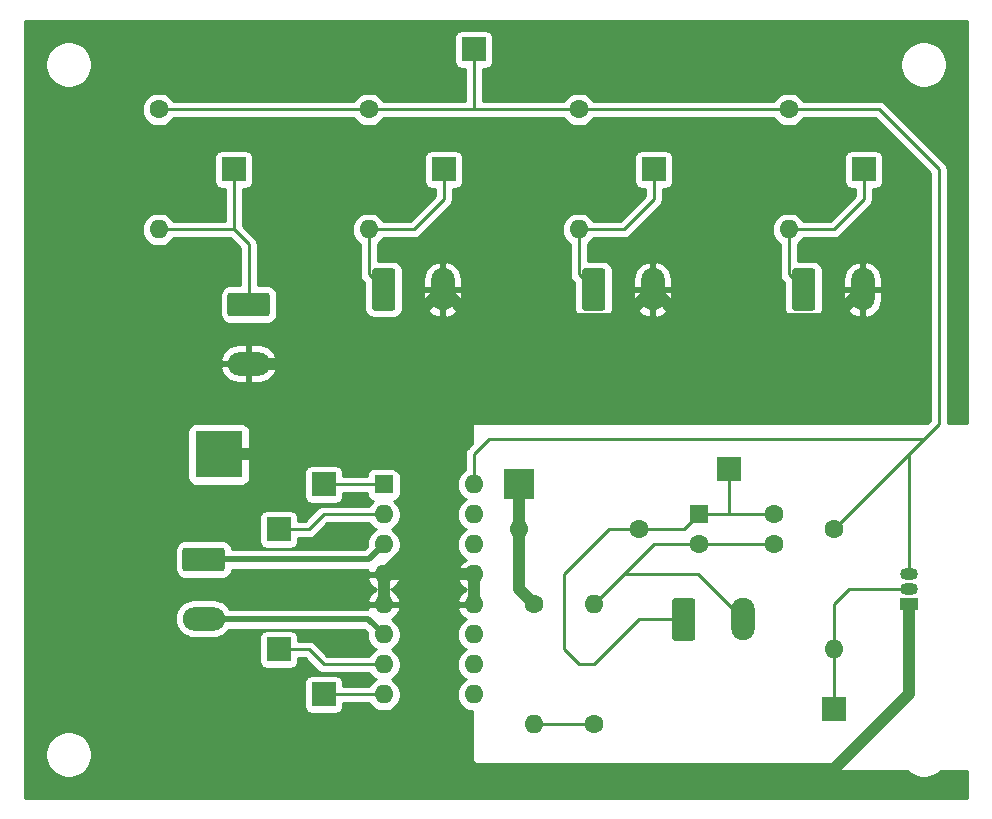
<source format=gbr>
%TF.GenerationSoftware,KiCad,Pcbnew,(5.1.10)-1*%
%TF.CreationDate,2021-09-08T20:08:48+02:00*%
%TF.ProjectId,uklad,756b6c61-642e-46b6-9963-61645f706362,rev?*%
%TF.SameCoordinates,Original*%
%TF.FileFunction,Copper,L1,Top*%
%TF.FilePolarity,Positive*%
%FSLAX46Y46*%
G04 Gerber Fmt 4.6, Leading zero omitted, Abs format (unit mm)*
G04 Created by KiCad (PCBNEW (5.1.10)-1) date 2021-09-08 20:08:48*
%MOMM*%
%LPD*%
G01*
G04 APERTURE LIST*
%TA.AperFunction,SMDPad,CuDef*%
%ADD10R,2.500000X2.500000*%
%TD*%
%TA.AperFunction,ComponentPad*%
%ADD11O,1.600000X1.600000*%
%TD*%
%TA.AperFunction,ComponentPad*%
%ADD12C,1.600000*%
%TD*%
%TA.AperFunction,SMDPad,CuDef*%
%ADD13R,4.000000X4.000000*%
%TD*%
%TA.AperFunction,SMDPad,CuDef*%
%ADD14R,2.000000X2.000000*%
%TD*%
%TA.AperFunction,ComponentPad*%
%ADD15O,2.000000X3.600000*%
%TD*%
%TA.AperFunction,ComponentPad*%
%ADD16R,1.600000X1.600000*%
%TD*%
%TA.AperFunction,ComponentPad*%
%ADD17R,1.500000X1.050000*%
%TD*%
%TA.AperFunction,ComponentPad*%
%ADD18O,1.500000X1.050000*%
%TD*%
%TA.AperFunction,ComponentPad*%
%ADD19O,3.600000X2.000000*%
%TD*%
%TA.AperFunction,Conductor*%
%ADD20C,1.000000*%
%TD*%
%TA.AperFunction,Conductor*%
%ADD21C,0.250000*%
%TD*%
%TA.AperFunction,Conductor*%
%ADD22C,0.500000*%
%TD*%
%TA.AperFunction,Conductor*%
%ADD23C,0.254000*%
%TD*%
%TA.AperFunction,Conductor*%
%ADD24C,0.100000*%
%TD*%
G04 APERTURE END LIST*
D10*
%TO.P,GND_dzielnik,1*%
%TO.N,N/C*%
X130810000Y-97790000D03*
%TD*%
D11*
%TO.P,1M,2*%
%TO.N,Net-(C2-Pad2)*%
X137160000Y-107950000D03*
D12*
%TO.P,1M,1*%
%TO.N,Net-(R11-Pad2)*%
X137160000Y-118110000D03*
%TD*%
D13*
%TO.P,GND,1*%
%TO.N,N/C*%
X105410000Y-95250000D03*
%TD*%
D14*
%TO.P,+5V,1*%
%TO.N,N/C*%
X127000000Y-60960000D03*
%TD*%
%TO.P,Ard_A0,1*%
%TO.N,N/C*%
X148590000Y-96520000D03*
%TD*%
%TO.P,DP A4,1*%
%TO.N,N/C*%
X160020000Y-71120000D03*
%TD*%
%TO.P,GL A3,1*%
%TO.N,N/C*%
X106680000Y-71120000D03*
%TD*%
%TO.P,DL A2,1*%
%TO.N,N/C*%
X142240000Y-71120000D03*
%TD*%
%TO.P,GP A5,1*%
%TO.N,N/C*%
X124460000Y-71120000D03*
%TD*%
%TO.P,Ard_D9,1*%
%TO.N,N/C*%
X110490000Y-101600000D03*
%TD*%
%TO.P,Ard_D10,1*%
%TO.N,N/C*%
X114300000Y-97790000D03*
%TD*%
%TO.P,Ard_D8,1*%
%TO.N,N/C*%
X110490000Y-111760000D03*
%TD*%
%TO.P,Ard_Vin,1*%
%TO.N,N/C*%
X114300000Y-115570000D03*
%TD*%
%TO.P,Ard_D7,1*%
%TO.N,N/C*%
X157480000Y-116840000D03*
%TD*%
D15*
%TO.P,Solar,2*%
%TO.N,Net-(C2-Pad2)*%
X149780000Y-109220000D03*
%TO.P,Solar,1*%
%TO.N,Net-(A1-Pad13)*%
%TA.AperFunction,ComponentPad*%
G36*
G01*
X143780000Y-110770000D02*
X143780000Y-107670000D01*
G75*
G02*
X144030000Y-107420000I250000J0D01*
G01*
X145530000Y-107420000D01*
G75*
G02*
X145780000Y-107670000I0J-250000D01*
G01*
X145780000Y-110770000D01*
G75*
G02*
X145530000Y-111020000I-250000J0D01*
G01*
X144030000Y-111020000D01*
G75*
G02*
X143780000Y-110770000I0J250000D01*
G01*
G37*
%TD.AperFunction*%
%TD*%
D11*
%TO.P,L293D,16*%
%TO.N,+5V*%
X127000000Y-97790000D03*
%TO.P,L293D,8*%
%TO.N,+9V*%
X119380000Y-115570000D03*
%TO.P,L293D,15*%
%TO.N,Net-(U3-Pad15)*%
X127000000Y-100330000D03*
%TO.P,L293D,7*%
%TO.N,Net-(A1-Pad24)*%
X119380000Y-113030000D03*
%TO.P,L293D,14*%
%TO.N,Net-(U3-Pad14)*%
X127000000Y-102870000D03*
%TO.P,L293D,6*%
%TO.N,Net-(M2-Pad2)*%
X119380000Y-110490000D03*
%TO.P,L293D,13*%
%TO.N,GND*%
X127000000Y-105410000D03*
%TO.P,L293D,5*%
X119380000Y-107950000D03*
%TO.P,L293D,12*%
X127000000Y-107950000D03*
%TO.P,L293D,4*%
X119380000Y-105410000D03*
%TO.P,L293D,11*%
%TO.N,Net-(U3-Pad11)*%
X127000000Y-110490000D03*
%TO.P,L293D,3*%
%TO.N,Net-(M2-Pad1)*%
X119380000Y-102870000D03*
%TO.P,L293D,10*%
%TO.N,Net-(U3-Pad10)*%
X127000000Y-113030000D03*
%TO.P,L293D,2*%
%TO.N,Net-(A1-Pad23)*%
X119380000Y-100330000D03*
%TO.P,L293D,9*%
%TO.N,Net-(U3-Pad9)*%
X127000000Y-115570000D03*
D16*
%TO.P,L293D,1*%
%TO.N,Net-(A1-Pad25)*%
X119380000Y-97790000D03*
%TD*%
D17*
%TO.P,DS18B20,1*%
%TO.N,GND*%
X163830000Y-107950000D03*
D18*
%TO.P,DS18B20,3*%
%TO.N,+5V*%
X163830000Y-105410000D03*
%TO.P,DS18B20,2*%
%TO.N,Net-(A1-Pad22)*%
X163830000Y-106680000D03*
%TD*%
D15*
%TO.P,Photo DP,2*%
%TO.N,GND*%
X159940000Y-81280000D03*
%TO.P,Photo DP,1*%
%TO.N,Net-(A1-Pad12)*%
%TA.AperFunction,ComponentPad*%
G36*
G01*
X153940000Y-82830000D02*
X153940000Y-79730000D01*
G75*
G02*
X154190000Y-79480000I250000J0D01*
G01*
X155690000Y-79480000D01*
G75*
G02*
X155940000Y-79730000I0J-250000D01*
G01*
X155940000Y-82830000D01*
G75*
G02*
X155690000Y-83080000I-250000J0D01*
G01*
X154190000Y-83080000D01*
G75*
G02*
X153940000Y-82830000I0J250000D01*
G01*
G37*
%TD.AperFunction*%
%TD*%
D11*
%TO.P,310R,2*%
%TO.N,Net-(A1-Pad12)*%
X153670000Y-76200000D03*
D12*
%TO.P,310R,1*%
%TO.N,+5V*%
X153670000Y-66040000D03*
%TD*%
D15*
%TO.P,Photo DL,2*%
%TO.N,GND*%
X142160000Y-81280000D03*
%TO.P,Photo DL,1*%
%TO.N,Net-(A1-Pad11)*%
%TA.AperFunction,ComponentPad*%
G36*
G01*
X136160000Y-82830000D02*
X136160000Y-79730000D01*
G75*
G02*
X136410000Y-79480000I250000J0D01*
G01*
X137910000Y-79480000D01*
G75*
G02*
X138160000Y-79730000I0J-250000D01*
G01*
X138160000Y-82830000D01*
G75*
G02*
X137910000Y-83080000I-250000J0D01*
G01*
X136410000Y-83080000D01*
G75*
G02*
X136160000Y-82830000I0J250000D01*
G01*
G37*
%TD.AperFunction*%
%TD*%
D11*
%TO.P,310R,2*%
%TO.N,Net-(A1-Pad11)*%
X135890000Y-76200000D03*
D12*
%TO.P,310R,1*%
%TO.N,+5V*%
X135890000Y-66040000D03*
%TD*%
D11*
%TO.P,1M,2*%
%TO.N,Net-(R11-Pad2)*%
X132080000Y-118110000D03*
D12*
%TO.P,1M,1*%
%TO.N,GND*%
X132080000Y-107950000D03*
%TD*%
D11*
%TO.P,1M,2*%
%TO.N,GND*%
X130810000Y-101600000D03*
D12*
%TO.P,1M,1*%
%TO.N,Net-(A1-Pad13)*%
X140970000Y-101600000D03*
%TD*%
D15*
%TO.P,Photo GP,2*%
%TO.N,GND*%
X124380000Y-81280000D03*
%TO.P,Photo GP,1*%
%TO.N,Net-(A1-Pad10)*%
%TA.AperFunction,ComponentPad*%
G36*
G01*
X118380000Y-82830000D02*
X118380000Y-79730000D01*
G75*
G02*
X118630000Y-79480000I250000J0D01*
G01*
X120130000Y-79480000D01*
G75*
G02*
X120380000Y-79730000I0J-250000D01*
G01*
X120380000Y-82830000D01*
G75*
G02*
X120130000Y-83080000I-250000J0D01*
G01*
X118630000Y-83080000D01*
G75*
G02*
X118380000Y-82830000I0J250000D01*
G01*
G37*
%TD.AperFunction*%
%TD*%
D11*
%TO.P,310R,2*%
%TO.N,Net-(A1-Pad10)*%
X118110000Y-76200000D03*
D12*
%TO.P,310R,1*%
%TO.N,+5V*%
X118110000Y-66040000D03*
%TD*%
D19*
%TO.P,Photo GL,2*%
%TO.N,GND*%
X107950000Y-87550000D03*
%TO.P,Photo GL,1*%
%TO.N,Net-(A1-Pad9)*%
%TA.AperFunction,ComponentPad*%
G36*
G01*
X106400000Y-81550000D02*
X109500000Y-81550000D01*
G75*
G02*
X109750000Y-81800000I0J-250000D01*
G01*
X109750000Y-83300000D01*
G75*
G02*
X109500000Y-83550000I-250000J0D01*
G01*
X106400000Y-83550000D01*
G75*
G02*
X106150000Y-83300000I0J250000D01*
G01*
X106150000Y-81800000D01*
G75*
G02*
X106400000Y-81550000I250000J0D01*
G01*
G37*
%TD.AperFunction*%
%TD*%
D11*
%TO.P,310R,2*%
%TO.N,Net-(A1-Pad9)*%
X100330000Y-76200000D03*
D12*
%TO.P,310R,1*%
%TO.N,+5V*%
X100330000Y-66040000D03*
%TD*%
D11*
%TO.P,4\u002C7k,2*%
%TO.N,Net-(A1-Pad22)*%
X157480000Y-111760000D03*
D12*
%TO.P,4\u002C7k,1*%
%TO.N,+5V*%
X157480000Y-101600000D03*
%TD*%
D19*
%TO.P,DC_Motor,2*%
%TO.N,Net-(M2-Pad2)*%
X104140000Y-109140000D03*
%TO.P,DC_Motor,1*%
%TO.N,Net-(M2-Pad1)*%
%TA.AperFunction,ComponentPad*%
G36*
G01*
X102590000Y-103140000D02*
X105690000Y-103140000D01*
G75*
G02*
X105940000Y-103390000I0J-250000D01*
G01*
X105940000Y-104890000D01*
G75*
G02*
X105690000Y-105140000I-250000J0D01*
G01*
X102590000Y-105140000D01*
G75*
G02*
X102340000Y-104890000I0J250000D01*
G01*
X102340000Y-103390000D01*
G75*
G02*
X102590000Y-103140000I250000J0D01*
G01*
G37*
%TD.AperFunction*%
%TD*%
D12*
%TO.P,100nF,2*%
%TO.N,Net-(C2-Pad2)*%
X152400000Y-102830000D03*
%TO.P,100nF,1*%
%TO.N,Net-(A1-Pad13)*%
X152400000Y-100330000D03*
%TD*%
%TO.P,220uF,2*%
%TO.N,Net-(C2-Pad2)*%
X146050000Y-102830000D03*
D16*
%TO.P,220uF,1*%
%TO.N,Net-(A1-Pad13)*%
X146050000Y-100330000D03*
%TD*%
D20*
%TO.N,GND*%
X124380000Y-81280000D02*
X118110000Y-87550000D01*
X126880010Y-83780010D02*
X139659990Y-83780010D01*
X139659990Y-83780010D02*
X142160000Y-81280000D01*
X124380000Y-81280000D02*
X126880010Y-83780010D01*
X157439990Y-83780010D02*
X159940000Y-81280000D01*
X144660010Y-83780010D02*
X157439990Y-83780010D01*
X142160000Y-81280000D02*
X144660010Y-83780010D01*
X112950000Y-87550000D02*
X112950000Y-92630000D01*
X118110000Y-87550000D02*
X112950000Y-87550000D01*
X112950000Y-87550000D02*
X107950000Y-87550000D01*
X119380000Y-107950000D02*
X119380000Y-105410000D01*
X127000000Y-107950000D02*
X127000000Y-105410000D01*
X119380000Y-105410000D02*
X123190000Y-101600000D01*
X123190000Y-98739998D02*
X118350002Y-93900000D01*
X123190000Y-101600000D02*
X123190000Y-98739998D01*
X130810000Y-106680000D02*
X132080000Y-107950000D01*
X112950000Y-92630000D02*
X112950000Y-93900000D01*
X118350002Y-93900000D02*
X112950000Y-93900000D01*
X112950000Y-93900000D02*
X110570000Y-93900000D01*
X110570000Y-93900000D02*
X109220000Y-95250000D01*
X109220000Y-95250000D02*
X104140000Y-95250000D01*
X130810000Y-105410000D02*
X130810000Y-106680000D01*
X130810000Y-101600000D02*
X130810000Y-105410000D01*
X123190000Y-118110000D02*
X123190000Y-105410000D01*
X127000000Y-121920000D02*
X123190000Y-118110000D01*
X157480000Y-121920000D02*
X127000000Y-121920000D01*
X163830000Y-115570000D02*
X157480000Y-121920000D01*
X163830000Y-107950000D02*
X163830000Y-115570000D01*
X119380000Y-105410000D02*
X123190000Y-105410000D01*
X123190000Y-105410000D02*
X127000000Y-105410000D01*
X130810000Y-101600000D02*
X130810000Y-97790000D01*
D21*
%TO.N,Net-(A1-Pad13)*%
X144780000Y-101600000D02*
X146050000Y-100330000D01*
X140970000Y-101600000D02*
X144780000Y-101600000D01*
X148590000Y-100330000D02*
X148590000Y-96520000D01*
X146050000Y-100330000D02*
X148590000Y-100330000D01*
X148590000Y-100330000D02*
X152400000Y-100330000D01*
X134620000Y-105410000D02*
X138430000Y-101600000D01*
X134620000Y-111760000D02*
X134620000Y-105410000D01*
X135890000Y-113030000D02*
X134620000Y-111760000D01*
X138430000Y-101600000D02*
X140970000Y-101600000D01*
X137160000Y-113030000D02*
X135890000Y-113030000D01*
X140970000Y-109220000D02*
X137160000Y-113030000D01*
X144780000Y-109220000D02*
X140970000Y-109220000D01*
%TO.N,Net-(A1-Pad12)*%
X153670000Y-80010000D02*
X154940000Y-81280000D01*
X153670000Y-76200000D02*
X153670000Y-80010000D01*
X153670000Y-76200000D02*
X157480000Y-76200000D01*
X157480000Y-76200000D02*
X160020000Y-73660000D01*
X160020000Y-73660000D02*
X160020000Y-71120000D01*
%TO.N,Net-(A1-Pad11)*%
X135890000Y-80010000D02*
X137160000Y-81280000D01*
X135890000Y-76200000D02*
X135890000Y-80010000D01*
X135890000Y-76200000D02*
X139700000Y-76200000D01*
X139700000Y-76200000D02*
X142240000Y-73660000D01*
X142240000Y-73660000D02*
X142240000Y-71120000D01*
%TO.N,Net-(A1-Pad10)*%
X118110000Y-80010000D02*
X119380000Y-81280000D01*
X118110000Y-76200000D02*
X118110000Y-80010000D01*
X118110000Y-76200000D02*
X121920000Y-76200000D01*
X121920000Y-76200000D02*
X124460000Y-73660000D01*
X124460000Y-73660000D02*
X124460000Y-71120000D01*
%TO.N,Net-(A1-Pad25)*%
X119380000Y-97790000D02*
X114300000Y-97790000D01*
%TO.N,Net-(A1-Pad9)*%
X107950000Y-80010000D02*
X107950000Y-82550000D01*
X107950000Y-77470000D02*
X107950000Y-80010000D01*
X106680000Y-76200000D02*
X107950000Y-77470000D01*
X100330000Y-76200000D02*
X106680000Y-76200000D01*
X106680000Y-76200000D02*
X106680000Y-71120000D01*
%TO.N,Net-(A1-Pad24)*%
X119380000Y-113030000D02*
X114300000Y-113030000D01*
X114300000Y-113030000D02*
X113030000Y-111760000D01*
X113030000Y-111760000D02*
X110490000Y-111760000D01*
%TO.N,+9V*%
X119380000Y-115570000D02*
X114300000Y-115570000D01*
%TO.N,Net-(A1-Pad23)*%
X119380000Y-100330000D02*
X114300000Y-100330000D01*
X114300000Y-100330000D02*
X113030000Y-101600000D01*
X113030000Y-101600000D02*
X110490000Y-101600000D01*
%TO.N,Net-(A1-Pad22)*%
X157480000Y-111760000D02*
X157480000Y-116840000D01*
X157480000Y-107950000D02*
X157480000Y-111760000D01*
X158750000Y-106680000D02*
X157480000Y-107950000D01*
X163830000Y-106680000D02*
X158750000Y-106680000D01*
%TO.N,+5V*%
X100330000Y-66040000D02*
X118110000Y-66040000D01*
X135890000Y-66040000D02*
X153670000Y-66040000D01*
X118110000Y-66040000D02*
X127000000Y-66040000D01*
X127000000Y-66040000D02*
X135890000Y-66040000D01*
X153670000Y-66040000D02*
X161290000Y-66040000D01*
X161290000Y-66040000D02*
X166370000Y-71120000D01*
X166370000Y-71120000D02*
X166370000Y-92710000D01*
X166370000Y-92710000D02*
X165100000Y-93980000D01*
X128270000Y-93980000D02*
X127000000Y-95250000D01*
X127000000Y-95250000D02*
X127000000Y-97790000D01*
X165100000Y-93980000D02*
X128270000Y-93980000D01*
X163830000Y-105410000D02*
X163830000Y-95250000D01*
X163830000Y-95250000D02*
X157480000Y-101600000D01*
X165100000Y-93980000D02*
X163830000Y-95250000D01*
X127000000Y-66040000D02*
X127000000Y-60960000D01*
%TO.N,Net-(C2-Pad2)*%
X152400000Y-102830000D02*
X146050000Y-102830000D01*
X146050000Y-102830000D02*
X142280000Y-102830000D01*
X142280000Y-102830000D02*
X142240000Y-102870000D01*
X145970000Y-105410000D02*
X139700000Y-105410000D01*
X149780000Y-109220000D02*
X145970000Y-105410000D01*
X139700000Y-105410000D02*
X137160000Y-107950000D01*
X142240000Y-102870000D02*
X139700000Y-105410000D01*
D22*
%TO.N,Net-(M2-Pad2)*%
X118090001Y-109200001D02*
X119380000Y-110490000D01*
X104200001Y-109200001D02*
X118090001Y-109200001D01*
X104140000Y-109140000D02*
X104200001Y-109200001D01*
%TO.N,Net-(M2-Pad1)*%
X118110000Y-104140000D02*
X119380000Y-102870000D01*
X104140000Y-104140000D02*
X118110000Y-104140000D01*
D21*
%TO.N,Net-(R11-Pad2)*%
X132080000Y-118110000D02*
X137160000Y-118110000D01*
%TD*%
D23*
%TO.N,GND*%
X168783000Y-92583000D02*
X167130000Y-92583000D01*
X167130000Y-71157323D01*
X167133676Y-71120000D01*
X167130000Y-71082677D01*
X167130000Y-71082667D01*
X167119003Y-70971014D01*
X167075546Y-70827753D01*
X167004975Y-70695725D01*
X167004974Y-70695723D01*
X166933799Y-70608997D01*
X166910001Y-70579999D01*
X166881004Y-70556202D01*
X161853804Y-65529003D01*
X161830001Y-65499999D01*
X161714276Y-65405026D01*
X161582247Y-65334454D01*
X161438986Y-65290997D01*
X161327333Y-65280000D01*
X161327322Y-65280000D01*
X161290000Y-65276324D01*
X161252678Y-65280000D01*
X154888043Y-65280000D01*
X154784637Y-65125241D01*
X154584759Y-64925363D01*
X154349727Y-64768320D01*
X154088574Y-64660147D01*
X153811335Y-64605000D01*
X153528665Y-64605000D01*
X153251426Y-64660147D01*
X152990273Y-64768320D01*
X152755241Y-64925363D01*
X152555363Y-65125241D01*
X152451957Y-65280000D01*
X137108043Y-65280000D01*
X137004637Y-65125241D01*
X136804759Y-64925363D01*
X136569727Y-64768320D01*
X136308574Y-64660147D01*
X136031335Y-64605000D01*
X135748665Y-64605000D01*
X135471426Y-64660147D01*
X135210273Y-64768320D01*
X134975241Y-64925363D01*
X134775363Y-65125241D01*
X134671957Y-65280000D01*
X127760000Y-65280000D01*
X127760000Y-62598072D01*
X128000000Y-62598072D01*
X128124482Y-62585812D01*
X128244180Y-62549502D01*
X128354494Y-62490537D01*
X128451185Y-62411185D01*
X128530537Y-62314494D01*
X128589502Y-62204180D01*
X128625812Y-62084482D01*
X128630735Y-62034495D01*
X163115000Y-62034495D01*
X163115000Y-62425505D01*
X163191282Y-62809003D01*
X163340915Y-63170250D01*
X163558149Y-63495364D01*
X163834636Y-63771851D01*
X164159750Y-63989085D01*
X164520997Y-64138718D01*
X164904495Y-64215000D01*
X165295505Y-64215000D01*
X165679003Y-64138718D01*
X166040250Y-63989085D01*
X166365364Y-63771851D01*
X166641851Y-63495364D01*
X166859085Y-63170250D01*
X167008718Y-62809003D01*
X167085000Y-62425505D01*
X167085000Y-62034495D01*
X167008718Y-61650997D01*
X166859085Y-61289750D01*
X166641851Y-60964636D01*
X166365364Y-60688149D01*
X166040250Y-60470915D01*
X165679003Y-60321282D01*
X165295505Y-60245000D01*
X164904495Y-60245000D01*
X164520997Y-60321282D01*
X164159750Y-60470915D01*
X163834636Y-60688149D01*
X163558149Y-60964636D01*
X163340915Y-61289750D01*
X163191282Y-61650997D01*
X163115000Y-62034495D01*
X128630735Y-62034495D01*
X128638072Y-61960000D01*
X128638072Y-59960000D01*
X128625812Y-59835518D01*
X128589502Y-59715820D01*
X128530537Y-59605506D01*
X128451185Y-59508815D01*
X128354494Y-59429463D01*
X128244180Y-59370498D01*
X128124482Y-59334188D01*
X128000000Y-59321928D01*
X126000000Y-59321928D01*
X125875518Y-59334188D01*
X125755820Y-59370498D01*
X125645506Y-59429463D01*
X125548815Y-59508815D01*
X125469463Y-59605506D01*
X125410498Y-59715820D01*
X125374188Y-59835518D01*
X125361928Y-59960000D01*
X125361928Y-61960000D01*
X125374188Y-62084482D01*
X125410498Y-62204180D01*
X125469463Y-62314494D01*
X125548815Y-62411185D01*
X125645506Y-62490537D01*
X125755820Y-62549502D01*
X125875518Y-62585812D01*
X126000000Y-62598072D01*
X126240001Y-62598072D01*
X126240000Y-65280000D01*
X119328043Y-65280000D01*
X119224637Y-65125241D01*
X119024759Y-64925363D01*
X118789727Y-64768320D01*
X118528574Y-64660147D01*
X118251335Y-64605000D01*
X117968665Y-64605000D01*
X117691426Y-64660147D01*
X117430273Y-64768320D01*
X117195241Y-64925363D01*
X116995363Y-65125241D01*
X116891957Y-65280000D01*
X101548043Y-65280000D01*
X101444637Y-65125241D01*
X101244759Y-64925363D01*
X101009727Y-64768320D01*
X100748574Y-64660147D01*
X100471335Y-64605000D01*
X100188665Y-64605000D01*
X99911426Y-64660147D01*
X99650273Y-64768320D01*
X99415241Y-64925363D01*
X99215363Y-65125241D01*
X99058320Y-65360273D01*
X98950147Y-65621426D01*
X98895000Y-65898665D01*
X98895000Y-66181335D01*
X98950147Y-66458574D01*
X99058320Y-66719727D01*
X99215363Y-66954759D01*
X99415241Y-67154637D01*
X99650273Y-67311680D01*
X99911426Y-67419853D01*
X100188665Y-67475000D01*
X100471335Y-67475000D01*
X100748574Y-67419853D01*
X101009727Y-67311680D01*
X101244759Y-67154637D01*
X101444637Y-66954759D01*
X101548043Y-66800000D01*
X116891957Y-66800000D01*
X116995363Y-66954759D01*
X117195241Y-67154637D01*
X117430273Y-67311680D01*
X117691426Y-67419853D01*
X117968665Y-67475000D01*
X118251335Y-67475000D01*
X118528574Y-67419853D01*
X118789727Y-67311680D01*
X119024759Y-67154637D01*
X119224637Y-66954759D01*
X119328043Y-66800000D01*
X126962667Y-66800000D01*
X127000000Y-66803677D01*
X127037333Y-66800000D01*
X134671957Y-66800000D01*
X134775363Y-66954759D01*
X134975241Y-67154637D01*
X135210273Y-67311680D01*
X135471426Y-67419853D01*
X135748665Y-67475000D01*
X136031335Y-67475000D01*
X136308574Y-67419853D01*
X136569727Y-67311680D01*
X136804759Y-67154637D01*
X137004637Y-66954759D01*
X137108043Y-66800000D01*
X152451957Y-66800000D01*
X152555363Y-66954759D01*
X152755241Y-67154637D01*
X152990273Y-67311680D01*
X153251426Y-67419853D01*
X153528665Y-67475000D01*
X153811335Y-67475000D01*
X154088574Y-67419853D01*
X154349727Y-67311680D01*
X154584759Y-67154637D01*
X154784637Y-66954759D01*
X154888043Y-66800000D01*
X160975199Y-66800000D01*
X165610000Y-71434802D01*
X165610001Y-92395197D01*
X165422198Y-92583000D01*
X127000000Y-92583000D01*
X126975224Y-92585440D01*
X126951399Y-92592667D01*
X126929443Y-92604403D01*
X126910197Y-92620197D01*
X126894403Y-92639443D01*
X126882667Y-92661399D01*
X126875440Y-92685224D01*
X126873000Y-92710000D01*
X126873000Y-94302199D01*
X126489003Y-94686196D01*
X126459999Y-94709999D01*
X126404871Y-94777174D01*
X126365026Y-94825724D01*
X126334984Y-94881928D01*
X126294454Y-94957754D01*
X126250997Y-95101015D01*
X126240000Y-95212668D01*
X126240000Y-95212678D01*
X126236324Y-95250000D01*
X126240000Y-95287323D01*
X126240001Y-96571956D01*
X126085241Y-96675363D01*
X125885363Y-96875241D01*
X125728320Y-97110273D01*
X125620147Y-97371426D01*
X125565000Y-97648665D01*
X125565000Y-97931335D01*
X125620147Y-98208574D01*
X125728320Y-98469727D01*
X125885363Y-98704759D01*
X126085241Y-98904637D01*
X126317759Y-99060000D01*
X126085241Y-99215363D01*
X125885363Y-99415241D01*
X125728320Y-99650273D01*
X125620147Y-99911426D01*
X125565000Y-100188665D01*
X125565000Y-100471335D01*
X125620147Y-100748574D01*
X125728320Y-101009727D01*
X125885363Y-101244759D01*
X126085241Y-101444637D01*
X126317759Y-101600000D01*
X126085241Y-101755363D01*
X125885363Y-101955241D01*
X125728320Y-102190273D01*
X125620147Y-102451426D01*
X125565000Y-102728665D01*
X125565000Y-103011335D01*
X125620147Y-103288574D01*
X125728320Y-103549727D01*
X125885363Y-103784759D01*
X126085241Y-103984637D01*
X126320273Y-104141680D01*
X126330865Y-104146067D01*
X126144869Y-104257615D01*
X125936481Y-104446586D01*
X125768963Y-104672580D01*
X125648754Y-104926913D01*
X125608096Y-105060961D01*
X125730085Y-105283000D01*
X126873000Y-105283000D01*
X126873000Y-105537000D01*
X125730085Y-105537000D01*
X125608096Y-105759039D01*
X125648754Y-105893087D01*
X125768963Y-106147420D01*
X125936481Y-106373414D01*
X126144869Y-106562385D01*
X126340982Y-106680000D01*
X126144869Y-106797615D01*
X125936481Y-106986586D01*
X125768963Y-107212580D01*
X125648754Y-107466913D01*
X125608096Y-107600961D01*
X125730085Y-107823000D01*
X126873000Y-107823000D01*
X126873000Y-108077000D01*
X125730085Y-108077000D01*
X125608096Y-108299039D01*
X125648754Y-108433087D01*
X125768963Y-108687420D01*
X125936481Y-108913414D01*
X126144869Y-109102385D01*
X126330865Y-109213933D01*
X126320273Y-109218320D01*
X126085241Y-109375363D01*
X125885363Y-109575241D01*
X125728320Y-109810273D01*
X125620147Y-110071426D01*
X125565000Y-110348665D01*
X125565000Y-110631335D01*
X125620147Y-110908574D01*
X125728320Y-111169727D01*
X125885363Y-111404759D01*
X126085241Y-111604637D01*
X126317759Y-111760000D01*
X126085241Y-111915363D01*
X125885363Y-112115241D01*
X125728320Y-112350273D01*
X125620147Y-112611426D01*
X125565000Y-112888665D01*
X125565000Y-113171335D01*
X125620147Y-113448574D01*
X125728320Y-113709727D01*
X125885363Y-113944759D01*
X126085241Y-114144637D01*
X126317759Y-114300000D01*
X126085241Y-114455363D01*
X125885363Y-114655241D01*
X125728320Y-114890273D01*
X125620147Y-115151426D01*
X125565000Y-115428665D01*
X125565000Y-115711335D01*
X125620147Y-115988574D01*
X125728320Y-116249727D01*
X125885363Y-116484759D01*
X126085241Y-116684637D01*
X126320273Y-116841680D01*
X126581426Y-116949853D01*
X126858665Y-117005000D01*
X126873000Y-117005000D01*
X126873000Y-121920000D01*
X126875440Y-121944776D01*
X126882667Y-121968601D01*
X126894403Y-121990557D01*
X126910197Y-122009803D01*
X126929443Y-122025597D01*
X126951399Y-122037333D01*
X126975224Y-122044560D01*
X127000000Y-122047000D01*
X163689785Y-122047000D01*
X163834636Y-122191851D01*
X164159750Y-122409085D01*
X164520997Y-122558718D01*
X164904495Y-122635000D01*
X165295505Y-122635000D01*
X165679003Y-122558718D01*
X166040250Y-122409085D01*
X166365364Y-122191851D01*
X166510215Y-122047000D01*
X168783000Y-122047000D01*
X168783000Y-124333000D01*
X89027000Y-124333000D01*
X89027000Y-120454495D01*
X90725000Y-120454495D01*
X90725000Y-120845505D01*
X90801282Y-121229003D01*
X90950915Y-121590250D01*
X91168149Y-121915364D01*
X91444636Y-122191851D01*
X91769750Y-122409085D01*
X92130997Y-122558718D01*
X92514495Y-122635000D01*
X92905505Y-122635000D01*
X93289003Y-122558718D01*
X93650250Y-122409085D01*
X93975364Y-122191851D01*
X94251851Y-121915364D01*
X94469085Y-121590250D01*
X94618718Y-121229003D01*
X94695000Y-120845505D01*
X94695000Y-120454495D01*
X94618718Y-120070997D01*
X94469085Y-119709750D01*
X94251851Y-119384636D01*
X93975364Y-119108149D01*
X93650250Y-118890915D01*
X93289003Y-118741282D01*
X92905505Y-118665000D01*
X92514495Y-118665000D01*
X92130997Y-118741282D01*
X91769750Y-118890915D01*
X91444636Y-119108149D01*
X91168149Y-119384636D01*
X90950915Y-119709750D01*
X90801282Y-120070997D01*
X90725000Y-120454495D01*
X89027000Y-120454495D01*
X89027000Y-109140000D01*
X101697089Y-109140000D01*
X101728657Y-109460516D01*
X101822148Y-109768715D01*
X101973969Y-110052752D01*
X102178286Y-110301714D01*
X102427248Y-110506031D01*
X102711285Y-110657852D01*
X103019484Y-110751343D01*
X103259678Y-110775000D01*
X105020322Y-110775000D01*
X105260516Y-110751343D01*
X105568715Y-110657852D01*
X105852752Y-110506031D01*
X106101714Y-110301714D01*
X106279565Y-110085001D01*
X117723423Y-110085001D01*
X117951983Y-110313561D01*
X117945000Y-110348665D01*
X117945000Y-110631335D01*
X118000147Y-110908574D01*
X118108320Y-111169727D01*
X118265363Y-111404759D01*
X118465241Y-111604637D01*
X118697759Y-111760000D01*
X118465241Y-111915363D01*
X118265363Y-112115241D01*
X118161957Y-112270000D01*
X114614802Y-112270000D01*
X113593804Y-111249003D01*
X113570001Y-111219999D01*
X113454276Y-111125026D01*
X113322247Y-111054454D01*
X113178986Y-111010997D01*
X113067333Y-111000000D01*
X113067322Y-111000000D01*
X113030000Y-110996324D01*
X112992678Y-111000000D01*
X112128072Y-111000000D01*
X112128072Y-110760000D01*
X112115812Y-110635518D01*
X112079502Y-110515820D01*
X112020537Y-110405506D01*
X111941185Y-110308815D01*
X111844494Y-110229463D01*
X111734180Y-110170498D01*
X111614482Y-110134188D01*
X111490000Y-110121928D01*
X109490000Y-110121928D01*
X109365518Y-110134188D01*
X109245820Y-110170498D01*
X109135506Y-110229463D01*
X109038815Y-110308815D01*
X108959463Y-110405506D01*
X108900498Y-110515820D01*
X108864188Y-110635518D01*
X108851928Y-110760000D01*
X108851928Y-112760000D01*
X108864188Y-112884482D01*
X108900498Y-113004180D01*
X108959463Y-113114494D01*
X109038815Y-113211185D01*
X109135506Y-113290537D01*
X109245820Y-113349502D01*
X109365518Y-113385812D01*
X109490000Y-113398072D01*
X111490000Y-113398072D01*
X111614482Y-113385812D01*
X111734180Y-113349502D01*
X111844494Y-113290537D01*
X111941185Y-113211185D01*
X112020537Y-113114494D01*
X112079502Y-113004180D01*
X112115812Y-112884482D01*
X112128072Y-112760000D01*
X112128072Y-112520000D01*
X112715199Y-112520000D01*
X113736201Y-113541003D01*
X113759999Y-113570001D01*
X113875724Y-113664974D01*
X114007753Y-113735546D01*
X114151014Y-113779003D01*
X114262667Y-113790000D01*
X114262676Y-113790000D01*
X114299999Y-113793676D01*
X114337322Y-113790000D01*
X118161957Y-113790000D01*
X118265363Y-113944759D01*
X118465241Y-114144637D01*
X118697759Y-114300000D01*
X118465241Y-114455363D01*
X118265363Y-114655241D01*
X118161957Y-114810000D01*
X115938072Y-114810000D01*
X115938072Y-114570000D01*
X115925812Y-114445518D01*
X115889502Y-114325820D01*
X115830537Y-114215506D01*
X115751185Y-114118815D01*
X115654494Y-114039463D01*
X115544180Y-113980498D01*
X115424482Y-113944188D01*
X115300000Y-113931928D01*
X113300000Y-113931928D01*
X113175518Y-113944188D01*
X113055820Y-113980498D01*
X112945506Y-114039463D01*
X112848815Y-114118815D01*
X112769463Y-114215506D01*
X112710498Y-114325820D01*
X112674188Y-114445518D01*
X112661928Y-114570000D01*
X112661928Y-116570000D01*
X112674188Y-116694482D01*
X112710498Y-116814180D01*
X112769463Y-116924494D01*
X112848815Y-117021185D01*
X112945506Y-117100537D01*
X113055820Y-117159502D01*
X113175518Y-117195812D01*
X113300000Y-117208072D01*
X115300000Y-117208072D01*
X115424482Y-117195812D01*
X115544180Y-117159502D01*
X115654494Y-117100537D01*
X115751185Y-117021185D01*
X115830537Y-116924494D01*
X115889502Y-116814180D01*
X115925812Y-116694482D01*
X115938072Y-116570000D01*
X115938072Y-116330000D01*
X118161957Y-116330000D01*
X118265363Y-116484759D01*
X118465241Y-116684637D01*
X118700273Y-116841680D01*
X118961426Y-116949853D01*
X119238665Y-117005000D01*
X119521335Y-117005000D01*
X119798574Y-116949853D01*
X120059727Y-116841680D01*
X120294759Y-116684637D01*
X120494637Y-116484759D01*
X120651680Y-116249727D01*
X120759853Y-115988574D01*
X120815000Y-115711335D01*
X120815000Y-115428665D01*
X120759853Y-115151426D01*
X120651680Y-114890273D01*
X120494637Y-114655241D01*
X120294759Y-114455363D01*
X120062241Y-114300000D01*
X120294759Y-114144637D01*
X120494637Y-113944759D01*
X120651680Y-113709727D01*
X120759853Y-113448574D01*
X120815000Y-113171335D01*
X120815000Y-112888665D01*
X120759853Y-112611426D01*
X120651680Y-112350273D01*
X120494637Y-112115241D01*
X120294759Y-111915363D01*
X120062241Y-111760000D01*
X120294759Y-111604637D01*
X120494637Y-111404759D01*
X120651680Y-111169727D01*
X120759853Y-110908574D01*
X120815000Y-110631335D01*
X120815000Y-110348665D01*
X120759853Y-110071426D01*
X120651680Y-109810273D01*
X120494637Y-109575241D01*
X120294759Y-109375363D01*
X120059727Y-109218320D01*
X120049135Y-109213933D01*
X120235131Y-109102385D01*
X120443519Y-108913414D01*
X120611037Y-108687420D01*
X120731246Y-108433087D01*
X120771904Y-108299039D01*
X120649915Y-108077000D01*
X119507000Y-108077000D01*
X119507000Y-108097000D01*
X119253000Y-108097000D01*
X119253000Y-108077000D01*
X118110085Y-108077000D01*
X117988096Y-108299039D01*
X117992937Y-108315001D01*
X106352936Y-108315001D01*
X106306031Y-108227248D01*
X106101714Y-107978286D01*
X105852752Y-107773969D01*
X105568715Y-107622148D01*
X105260516Y-107528657D01*
X105020322Y-107505000D01*
X103259678Y-107505000D01*
X103019484Y-107528657D01*
X102711285Y-107622148D01*
X102427248Y-107773969D01*
X102178286Y-107978286D01*
X101973969Y-108227248D01*
X101822148Y-108511285D01*
X101728657Y-108819484D01*
X101697089Y-109140000D01*
X89027000Y-109140000D01*
X89027000Y-103390000D01*
X101701928Y-103390000D01*
X101701928Y-104890000D01*
X101718992Y-105063254D01*
X101769528Y-105229850D01*
X101851595Y-105383386D01*
X101962038Y-105517962D01*
X102096614Y-105628405D01*
X102250150Y-105710472D01*
X102416746Y-105761008D01*
X102590000Y-105778072D01*
X105690000Y-105778072D01*
X105863254Y-105761008D01*
X105869744Y-105759039D01*
X117988096Y-105759039D01*
X118028754Y-105893087D01*
X118148963Y-106147420D01*
X118316481Y-106373414D01*
X118524869Y-106562385D01*
X118720982Y-106680000D01*
X118524869Y-106797615D01*
X118316481Y-106986586D01*
X118148963Y-107212580D01*
X118028754Y-107466913D01*
X117988096Y-107600961D01*
X118110085Y-107823000D01*
X119253000Y-107823000D01*
X119253000Y-105537000D01*
X119507000Y-105537000D01*
X119507000Y-107823000D01*
X120649915Y-107823000D01*
X120771904Y-107600961D01*
X120731246Y-107466913D01*
X120611037Y-107212580D01*
X120443519Y-106986586D01*
X120235131Y-106797615D01*
X120039018Y-106680000D01*
X120235131Y-106562385D01*
X120443519Y-106373414D01*
X120611037Y-106147420D01*
X120731246Y-105893087D01*
X120771904Y-105759039D01*
X120649915Y-105537000D01*
X119507000Y-105537000D01*
X119253000Y-105537000D01*
X118110085Y-105537000D01*
X117988096Y-105759039D01*
X105869744Y-105759039D01*
X106029850Y-105710472D01*
X106183386Y-105628405D01*
X106317962Y-105517962D01*
X106428405Y-105383386D01*
X106510472Y-105229850D01*
X106561008Y-105063254D01*
X106564776Y-105025000D01*
X117999003Y-105025000D01*
X117988096Y-105060961D01*
X118110085Y-105283000D01*
X119253000Y-105283000D01*
X119253000Y-105263000D01*
X119507000Y-105263000D01*
X119507000Y-105283000D01*
X120649915Y-105283000D01*
X120771904Y-105060961D01*
X120731246Y-104926913D01*
X120611037Y-104672580D01*
X120443519Y-104446586D01*
X120235131Y-104257615D01*
X120049135Y-104146067D01*
X120059727Y-104141680D01*
X120294759Y-103984637D01*
X120494637Y-103784759D01*
X120651680Y-103549727D01*
X120759853Y-103288574D01*
X120815000Y-103011335D01*
X120815000Y-102728665D01*
X120759853Y-102451426D01*
X120651680Y-102190273D01*
X120494637Y-101955241D01*
X120294759Y-101755363D01*
X120062241Y-101600000D01*
X120294759Y-101444637D01*
X120494637Y-101244759D01*
X120651680Y-101009727D01*
X120759853Y-100748574D01*
X120815000Y-100471335D01*
X120815000Y-100188665D01*
X120759853Y-99911426D01*
X120651680Y-99650273D01*
X120494637Y-99415241D01*
X120296039Y-99216643D01*
X120304482Y-99215812D01*
X120424180Y-99179502D01*
X120534494Y-99120537D01*
X120631185Y-99041185D01*
X120710537Y-98944494D01*
X120769502Y-98834180D01*
X120805812Y-98714482D01*
X120818072Y-98590000D01*
X120818072Y-96990000D01*
X120805812Y-96865518D01*
X120769502Y-96745820D01*
X120710537Y-96635506D01*
X120631185Y-96538815D01*
X120534494Y-96459463D01*
X120424180Y-96400498D01*
X120304482Y-96364188D01*
X120180000Y-96351928D01*
X118580000Y-96351928D01*
X118455518Y-96364188D01*
X118335820Y-96400498D01*
X118225506Y-96459463D01*
X118128815Y-96538815D01*
X118049463Y-96635506D01*
X117990498Y-96745820D01*
X117954188Y-96865518D01*
X117941928Y-96990000D01*
X117941928Y-97030000D01*
X115938072Y-97030000D01*
X115938072Y-96790000D01*
X115925812Y-96665518D01*
X115889502Y-96545820D01*
X115830537Y-96435506D01*
X115751185Y-96338815D01*
X115654494Y-96259463D01*
X115544180Y-96200498D01*
X115424482Y-96164188D01*
X115300000Y-96151928D01*
X113300000Y-96151928D01*
X113175518Y-96164188D01*
X113055820Y-96200498D01*
X112945506Y-96259463D01*
X112848815Y-96338815D01*
X112769463Y-96435506D01*
X112710498Y-96545820D01*
X112674188Y-96665518D01*
X112661928Y-96790000D01*
X112661928Y-98790000D01*
X112674188Y-98914482D01*
X112710498Y-99034180D01*
X112769463Y-99144494D01*
X112848815Y-99241185D01*
X112945506Y-99320537D01*
X113055820Y-99379502D01*
X113175518Y-99415812D01*
X113300000Y-99428072D01*
X115300000Y-99428072D01*
X115424482Y-99415812D01*
X115544180Y-99379502D01*
X115654494Y-99320537D01*
X115751185Y-99241185D01*
X115830537Y-99144494D01*
X115889502Y-99034180D01*
X115925812Y-98914482D01*
X115938072Y-98790000D01*
X115938072Y-98550000D01*
X117941928Y-98550000D01*
X117941928Y-98590000D01*
X117954188Y-98714482D01*
X117990498Y-98834180D01*
X118049463Y-98944494D01*
X118128815Y-99041185D01*
X118225506Y-99120537D01*
X118335820Y-99179502D01*
X118455518Y-99215812D01*
X118463961Y-99216643D01*
X118265363Y-99415241D01*
X118161957Y-99570000D01*
X114337322Y-99570000D01*
X114299999Y-99566324D01*
X114262676Y-99570000D01*
X114262667Y-99570000D01*
X114151014Y-99580997D01*
X114007753Y-99624454D01*
X113875724Y-99695026D01*
X113759999Y-99789999D01*
X113736201Y-99818997D01*
X112715199Y-100840000D01*
X112128072Y-100840000D01*
X112128072Y-100600000D01*
X112115812Y-100475518D01*
X112079502Y-100355820D01*
X112020537Y-100245506D01*
X111941185Y-100148815D01*
X111844494Y-100069463D01*
X111734180Y-100010498D01*
X111614482Y-99974188D01*
X111490000Y-99961928D01*
X109490000Y-99961928D01*
X109365518Y-99974188D01*
X109245820Y-100010498D01*
X109135506Y-100069463D01*
X109038815Y-100148815D01*
X108959463Y-100245506D01*
X108900498Y-100355820D01*
X108864188Y-100475518D01*
X108851928Y-100600000D01*
X108851928Y-102600000D01*
X108864188Y-102724482D01*
X108900498Y-102844180D01*
X108959463Y-102954494D01*
X109038815Y-103051185D01*
X109135506Y-103130537D01*
X109245820Y-103189502D01*
X109365518Y-103225812D01*
X109490000Y-103238072D01*
X111490000Y-103238072D01*
X111614482Y-103225812D01*
X111734180Y-103189502D01*
X111844494Y-103130537D01*
X111941185Y-103051185D01*
X112020537Y-102954494D01*
X112079502Y-102844180D01*
X112115812Y-102724482D01*
X112128072Y-102600000D01*
X112128072Y-102360000D01*
X112992678Y-102360000D01*
X113030000Y-102363676D01*
X113067322Y-102360000D01*
X113067333Y-102360000D01*
X113178986Y-102349003D01*
X113322247Y-102305546D01*
X113454276Y-102234974D01*
X113570001Y-102140001D01*
X113593804Y-102110997D01*
X114614802Y-101090000D01*
X118161957Y-101090000D01*
X118265363Y-101244759D01*
X118465241Y-101444637D01*
X118697759Y-101600000D01*
X118465241Y-101755363D01*
X118265363Y-101955241D01*
X118108320Y-102190273D01*
X118000147Y-102451426D01*
X117945000Y-102728665D01*
X117945000Y-103011335D01*
X117951983Y-103046439D01*
X117743422Y-103255000D01*
X106564776Y-103255000D01*
X106561008Y-103216746D01*
X106510472Y-103050150D01*
X106428405Y-102896614D01*
X106317962Y-102762038D01*
X106183386Y-102651595D01*
X106029850Y-102569528D01*
X105863254Y-102518992D01*
X105690000Y-102501928D01*
X102590000Y-102501928D01*
X102416746Y-102518992D01*
X102250150Y-102569528D01*
X102096614Y-102651595D01*
X101962038Y-102762038D01*
X101851595Y-102896614D01*
X101769528Y-103050150D01*
X101718992Y-103216746D01*
X101701928Y-103390000D01*
X89027000Y-103390000D01*
X89027000Y-93250000D01*
X102771928Y-93250000D01*
X102771928Y-97250000D01*
X102784188Y-97374482D01*
X102820498Y-97494180D01*
X102879463Y-97604494D01*
X102958815Y-97701185D01*
X103055506Y-97780537D01*
X103165820Y-97839502D01*
X103285518Y-97875812D01*
X103410000Y-97888072D01*
X107410000Y-97888072D01*
X107534482Y-97875812D01*
X107654180Y-97839502D01*
X107764494Y-97780537D01*
X107861185Y-97701185D01*
X107940537Y-97604494D01*
X107999502Y-97494180D01*
X108035812Y-97374482D01*
X108048072Y-97250000D01*
X108048072Y-93250000D01*
X108035812Y-93125518D01*
X107999502Y-93005820D01*
X107940537Y-92895506D01*
X107861185Y-92798815D01*
X107764494Y-92719463D01*
X107654180Y-92660498D01*
X107534482Y-92624188D01*
X107410000Y-92611928D01*
X103410000Y-92611928D01*
X103285518Y-92624188D01*
X103165820Y-92660498D01*
X103055506Y-92719463D01*
X102958815Y-92798815D01*
X102879463Y-92895506D01*
X102820498Y-93005820D01*
X102784188Y-93125518D01*
X102771928Y-93250000D01*
X89027000Y-93250000D01*
X89027000Y-87930434D01*
X105559876Y-87930434D01*
X105590856Y-88058355D01*
X105719990Y-88352761D01*
X105904078Y-88616317D01*
X106136046Y-88838895D01*
X106406980Y-89011942D01*
X106706468Y-89128807D01*
X107023000Y-89185000D01*
X107823000Y-89185000D01*
X107823000Y-87677000D01*
X108077000Y-87677000D01*
X108077000Y-89185000D01*
X108877000Y-89185000D01*
X109193532Y-89128807D01*
X109493020Y-89011942D01*
X109763954Y-88838895D01*
X109995922Y-88616317D01*
X110180010Y-88352761D01*
X110309144Y-88058355D01*
X110340124Y-87930434D01*
X110220777Y-87677000D01*
X108077000Y-87677000D01*
X107823000Y-87677000D01*
X105679223Y-87677000D01*
X105559876Y-87930434D01*
X89027000Y-87930434D01*
X89027000Y-87169566D01*
X105559876Y-87169566D01*
X105679223Y-87423000D01*
X107823000Y-87423000D01*
X107823000Y-85915000D01*
X108077000Y-85915000D01*
X108077000Y-87423000D01*
X110220777Y-87423000D01*
X110340124Y-87169566D01*
X110309144Y-87041645D01*
X110180010Y-86747239D01*
X109995922Y-86483683D01*
X109763954Y-86261105D01*
X109493020Y-86088058D01*
X109193532Y-85971193D01*
X108877000Y-85915000D01*
X108077000Y-85915000D01*
X107823000Y-85915000D01*
X107023000Y-85915000D01*
X106706468Y-85971193D01*
X106406980Y-86088058D01*
X106136046Y-86261105D01*
X105904078Y-86483683D01*
X105719990Y-86747239D01*
X105590856Y-87041645D01*
X105559876Y-87169566D01*
X89027000Y-87169566D01*
X89027000Y-76058665D01*
X98895000Y-76058665D01*
X98895000Y-76341335D01*
X98950147Y-76618574D01*
X99058320Y-76879727D01*
X99215363Y-77114759D01*
X99415241Y-77314637D01*
X99650273Y-77471680D01*
X99911426Y-77579853D01*
X100188665Y-77635000D01*
X100471335Y-77635000D01*
X100748574Y-77579853D01*
X101009727Y-77471680D01*
X101244759Y-77314637D01*
X101444637Y-77114759D01*
X101548043Y-76960000D01*
X106365199Y-76960000D01*
X107190000Y-77784802D01*
X107190001Y-79972658D01*
X107190000Y-79972668D01*
X107190000Y-80911928D01*
X106400000Y-80911928D01*
X106226746Y-80928992D01*
X106060150Y-80979528D01*
X105906614Y-81061595D01*
X105772038Y-81172038D01*
X105661595Y-81306614D01*
X105579528Y-81460150D01*
X105528992Y-81626746D01*
X105511928Y-81800000D01*
X105511928Y-83300000D01*
X105528992Y-83473254D01*
X105579528Y-83639850D01*
X105661595Y-83793386D01*
X105772038Y-83927962D01*
X105906614Y-84038405D01*
X106060150Y-84120472D01*
X106226746Y-84171008D01*
X106400000Y-84188072D01*
X109500000Y-84188072D01*
X109673254Y-84171008D01*
X109839850Y-84120472D01*
X109993386Y-84038405D01*
X110127962Y-83927962D01*
X110238405Y-83793386D01*
X110320472Y-83639850D01*
X110371008Y-83473254D01*
X110388072Y-83300000D01*
X110388072Y-81800000D01*
X110371008Y-81626746D01*
X110320472Y-81460150D01*
X110238405Y-81306614D01*
X110127962Y-81172038D01*
X109993386Y-81061595D01*
X109839850Y-80979528D01*
X109673254Y-80928992D01*
X109500000Y-80911928D01*
X108710000Y-80911928D01*
X108710000Y-77507322D01*
X108713676Y-77469999D01*
X108710000Y-77432676D01*
X108710000Y-77432667D01*
X108699003Y-77321014D01*
X108655546Y-77177753D01*
X108584974Y-77045724D01*
X108490001Y-76929999D01*
X108461004Y-76906202D01*
X107613467Y-76058665D01*
X116675000Y-76058665D01*
X116675000Y-76341335D01*
X116730147Y-76618574D01*
X116838320Y-76879727D01*
X116995363Y-77114759D01*
X117195241Y-77314637D01*
X117350000Y-77418044D01*
X117350001Y-79972667D01*
X117346324Y-80010000D01*
X117360998Y-80158985D01*
X117404454Y-80302246D01*
X117475026Y-80434276D01*
X117546201Y-80521002D01*
X117570000Y-80550001D01*
X117598998Y-80573799D01*
X117741928Y-80716729D01*
X117741928Y-82830000D01*
X117758992Y-83003254D01*
X117809528Y-83169850D01*
X117891595Y-83323386D01*
X118002038Y-83457962D01*
X118136614Y-83568405D01*
X118290150Y-83650472D01*
X118456746Y-83701008D01*
X118630000Y-83718072D01*
X120130000Y-83718072D01*
X120303254Y-83701008D01*
X120469850Y-83650472D01*
X120623386Y-83568405D01*
X120757962Y-83457962D01*
X120868405Y-83323386D01*
X120950472Y-83169850D01*
X121001008Y-83003254D01*
X121018072Y-82830000D01*
X121018072Y-81407000D01*
X122745000Y-81407000D01*
X122745000Y-82207000D01*
X122801193Y-82523532D01*
X122918058Y-82823020D01*
X123091105Y-83093954D01*
X123313683Y-83325922D01*
X123577239Y-83510010D01*
X123871645Y-83639144D01*
X123999566Y-83670124D01*
X124253000Y-83550777D01*
X124253000Y-81407000D01*
X124507000Y-81407000D01*
X124507000Y-83550777D01*
X124760434Y-83670124D01*
X124888355Y-83639144D01*
X125182761Y-83510010D01*
X125446317Y-83325922D01*
X125668895Y-83093954D01*
X125841942Y-82823020D01*
X125958807Y-82523532D01*
X126015000Y-82207000D01*
X126015000Y-81407000D01*
X124507000Y-81407000D01*
X124253000Y-81407000D01*
X122745000Y-81407000D01*
X121018072Y-81407000D01*
X121018072Y-80353000D01*
X122745000Y-80353000D01*
X122745000Y-81153000D01*
X124253000Y-81153000D01*
X124253000Y-79009223D01*
X124507000Y-79009223D01*
X124507000Y-81153000D01*
X126015000Y-81153000D01*
X126015000Y-80353000D01*
X125958807Y-80036468D01*
X125841942Y-79736980D01*
X125668895Y-79466046D01*
X125446317Y-79234078D01*
X125182761Y-79049990D01*
X124888355Y-78920856D01*
X124760434Y-78889876D01*
X124507000Y-79009223D01*
X124253000Y-79009223D01*
X123999566Y-78889876D01*
X123871645Y-78920856D01*
X123577239Y-79049990D01*
X123313683Y-79234078D01*
X123091105Y-79466046D01*
X122918058Y-79736980D01*
X122801193Y-80036468D01*
X122745000Y-80353000D01*
X121018072Y-80353000D01*
X121018072Y-79730000D01*
X121001008Y-79556746D01*
X120950472Y-79390150D01*
X120868405Y-79236614D01*
X120757962Y-79102038D01*
X120623386Y-78991595D01*
X120469850Y-78909528D01*
X120303254Y-78858992D01*
X120130000Y-78841928D01*
X118870000Y-78841928D01*
X118870000Y-77418043D01*
X119024759Y-77314637D01*
X119224637Y-77114759D01*
X119328043Y-76960000D01*
X121882678Y-76960000D01*
X121920000Y-76963676D01*
X121957322Y-76960000D01*
X121957333Y-76960000D01*
X122068986Y-76949003D01*
X122212247Y-76905546D01*
X122344276Y-76834974D01*
X122460001Y-76740001D01*
X122483804Y-76710997D01*
X123136136Y-76058665D01*
X134455000Y-76058665D01*
X134455000Y-76341335D01*
X134510147Y-76618574D01*
X134618320Y-76879727D01*
X134775363Y-77114759D01*
X134975241Y-77314637D01*
X135130000Y-77418044D01*
X135130001Y-79972667D01*
X135126324Y-80010000D01*
X135140998Y-80158985D01*
X135184454Y-80302246D01*
X135255026Y-80434276D01*
X135326201Y-80521002D01*
X135350000Y-80550001D01*
X135378998Y-80573799D01*
X135521928Y-80716729D01*
X135521928Y-82830000D01*
X135538992Y-83003254D01*
X135589528Y-83169850D01*
X135671595Y-83323386D01*
X135782038Y-83457962D01*
X135916614Y-83568405D01*
X136070150Y-83650472D01*
X136236746Y-83701008D01*
X136410000Y-83718072D01*
X137910000Y-83718072D01*
X138083254Y-83701008D01*
X138249850Y-83650472D01*
X138403386Y-83568405D01*
X138537962Y-83457962D01*
X138648405Y-83323386D01*
X138730472Y-83169850D01*
X138781008Y-83003254D01*
X138798072Y-82830000D01*
X138798072Y-81407000D01*
X140525000Y-81407000D01*
X140525000Y-82207000D01*
X140581193Y-82523532D01*
X140698058Y-82823020D01*
X140871105Y-83093954D01*
X141093683Y-83325922D01*
X141357239Y-83510010D01*
X141651645Y-83639144D01*
X141779566Y-83670124D01*
X142033000Y-83550777D01*
X142033000Y-81407000D01*
X142287000Y-81407000D01*
X142287000Y-83550777D01*
X142540434Y-83670124D01*
X142668355Y-83639144D01*
X142962761Y-83510010D01*
X143226317Y-83325922D01*
X143448895Y-83093954D01*
X143621942Y-82823020D01*
X143738807Y-82523532D01*
X143795000Y-82207000D01*
X143795000Y-81407000D01*
X142287000Y-81407000D01*
X142033000Y-81407000D01*
X140525000Y-81407000D01*
X138798072Y-81407000D01*
X138798072Y-80353000D01*
X140525000Y-80353000D01*
X140525000Y-81153000D01*
X142033000Y-81153000D01*
X142033000Y-79009223D01*
X142287000Y-79009223D01*
X142287000Y-81153000D01*
X143795000Y-81153000D01*
X143795000Y-80353000D01*
X143738807Y-80036468D01*
X143621942Y-79736980D01*
X143448895Y-79466046D01*
X143226317Y-79234078D01*
X142962761Y-79049990D01*
X142668355Y-78920856D01*
X142540434Y-78889876D01*
X142287000Y-79009223D01*
X142033000Y-79009223D01*
X141779566Y-78889876D01*
X141651645Y-78920856D01*
X141357239Y-79049990D01*
X141093683Y-79234078D01*
X140871105Y-79466046D01*
X140698058Y-79736980D01*
X140581193Y-80036468D01*
X140525000Y-80353000D01*
X138798072Y-80353000D01*
X138798072Y-79730000D01*
X138781008Y-79556746D01*
X138730472Y-79390150D01*
X138648405Y-79236614D01*
X138537962Y-79102038D01*
X138403386Y-78991595D01*
X138249850Y-78909528D01*
X138083254Y-78858992D01*
X137910000Y-78841928D01*
X136650000Y-78841928D01*
X136650000Y-77418043D01*
X136804759Y-77314637D01*
X137004637Y-77114759D01*
X137108043Y-76960000D01*
X139662678Y-76960000D01*
X139700000Y-76963676D01*
X139737322Y-76960000D01*
X139737333Y-76960000D01*
X139848986Y-76949003D01*
X139992247Y-76905546D01*
X140124276Y-76834974D01*
X140240001Y-76740001D01*
X140263804Y-76710997D01*
X140916136Y-76058665D01*
X152235000Y-76058665D01*
X152235000Y-76341335D01*
X152290147Y-76618574D01*
X152398320Y-76879727D01*
X152555363Y-77114759D01*
X152755241Y-77314637D01*
X152910000Y-77418044D01*
X152910001Y-79972667D01*
X152906324Y-80010000D01*
X152920998Y-80158985D01*
X152964454Y-80302246D01*
X153035026Y-80434276D01*
X153106201Y-80521002D01*
X153130000Y-80550001D01*
X153158998Y-80573799D01*
X153301928Y-80716729D01*
X153301928Y-82830000D01*
X153318992Y-83003254D01*
X153369528Y-83169850D01*
X153451595Y-83323386D01*
X153562038Y-83457962D01*
X153696614Y-83568405D01*
X153850150Y-83650472D01*
X154016746Y-83701008D01*
X154190000Y-83718072D01*
X155690000Y-83718072D01*
X155863254Y-83701008D01*
X156029850Y-83650472D01*
X156183386Y-83568405D01*
X156317962Y-83457962D01*
X156428405Y-83323386D01*
X156510472Y-83169850D01*
X156561008Y-83003254D01*
X156578072Y-82830000D01*
X156578072Y-81407000D01*
X158305000Y-81407000D01*
X158305000Y-82207000D01*
X158361193Y-82523532D01*
X158478058Y-82823020D01*
X158651105Y-83093954D01*
X158873683Y-83325922D01*
X159137239Y-83510010D01*
X159431645Y-83639144D01*
X159559566Y-83670124D01*
X159813000Y-83550777D01*
X159813000Y-81407000D01*
X160067000Y-81407000D01*
X160067000Y-83550777D01*
X160320434Y-83670124D01*
X160448355Y-83639144D01*
X160742761Y-83510010D01*
X161006317Y-83325922D01*
X161228895Y-83093954D01*
X161401942Y-82823020D01*
X161518807Y-82523532D01*
X161575000Y-82207000D01*
X161575000Y-81407000D01*
X160067000Y-81407000D01*
X159813000Y-81407000D01*
X158305000Y-81407000D01*
X156578072Y-81407000D01*
X156578072Y-80353000D01*
X158305000Y-80353000D01*
X158305000Y-81153000D01*
X159813000Y-81153000D01*
X159813000Y-79009223D01*
X160067000Y-79009223D01*
X160067000Y-81153000D01*
X161575000Y-81153000D01*
X161575000Y-80353000D01*
X161518807Y-80036468D01*
X161401942Y-79736980D01*
X161228895Y-79466046D01*
X161006317Y-79234078D01*
X160742761Y-79049990D01*
X160448355Y-78920856D01*
X160320434Y-78889876D01*
X160067000Y-79009223D01*
X159813000Y-79009223D01*
X159559566Y-78889876D01*
X159431645Y-78920856D01*
X159137239Y-79049990D01*
X158873683Y-79234078D01*
X158651105Y-79466046D01*
X158478058Y-79736980D01*
X158361193Y-80036468D01*
X158305000Y-80353000D01*
X156578072Y-80353000D01*
X156578072Y-79730000D01*
X156561008Y-79556746D01*
X156510472Y-79390150D01*
X156428405Y-79236614D01*
X156317962Y-79102038D01*
X156183386Y-78991595D01*
X156029850Y-78909528D01*
X155863254Y-78858992D01*
X155690000Y-78841928D01*
X154430000Y-78841928D01*
X154430000Y-77418043D01*
X154584759Y-77314637D01*
X154784637Y-77114759D01*
X154888043Y-76960000D01*
X157442678Y-76960000D01*
X157480000Y-76963676D01*
X157517322Y-76960000D01*
X157517333Y-76960000D01*
X157628986Y-76949003D01*
X157772247Y-76905546D01*
X157904276Y-76834974D01*
X158020001Y-76740001D01*
X158043804Y-76710997D01*
X160531009Y-74223794D01*
X160560001Y-74200001D01*
X160583795Y-74171008D01*
X160583799Y-74171004D01*
X160654973Y-74084277D01*
X160654974Y-74084276D01*
X160725546Y-73952247D01*
X160769003Y-73808986D01*
X160780000Y-73697333D01*
X160780000Y-73697324D01*
X160783676Y-73660001D01*
X160780000Y-73622678D01*
X160780000Y-72758072D01*
X161020000Y-72758072D01*
X161144482Y-72745812D01*
X161264180Y-72709502D01*
X161374494Y-72650537D01*
X161471185Y-72571185D01*
X161550537Y-72474494D01*
X161609502Y-72364180D01*
X161645812Y-72244482D01*
X161658072Y-72120000D01*
X161658072Y-70120000D01*
X161645812Y-69995518D01*
X161609502Y-69875820D01*
X161550537Y-69765506D01*
X161471185Y-69668815D01*
X161374494Y-69589463D01*
X161264180Y-69530498D01*
X161144482Y-69494188D01*
X161020000Y-69481928D01*
X159020000Y-69481928D01*
X158895518Y-69494188D01*
X158775820Y-69530498D01*
X158665506Y-69589463D01*
X158568815Y-69668815D01*
X158489463Y-69765506D01*
X158430498Y-69875820D01*
X158394188Y-69995518D01*
X158381928Y-70120000D01*
X158381928Y-72120000D01*
X158394188Y-72244482D01*
X158430498Y-72364180D01*
X158489463Y-72474494D01*
X158568815Y-72571185D01*
X158665506Y-72650537D01*
X158775820Y-72709502D01*
X158895518Y-72745812D01*
X159020000Y-72758072D01*
X159260000Y-72758072D01*
X159260000Y-73345197D01*
X157165199Y-75440000D01*
X154888043Y-75440000D01*
X154784637Y-75285241D01*
X154584759Y-75085363D01*
X154349727Y-74928320D01*
X154088574Y-74820147D01*
X153811335Y-74765000D01*
X153528665Y-74765000D01*
X153251426Y-74820147D01*
X152990273Y-74928320D01*
X152755241Y-75085363D01*
X152555363Y-75285241D01*
X152398320Y-75520273D01*
X152290147Y-75781426D01*
X152235000Y-76058665D01*
X140916136Y-76058665D01*
X142751009Y-74223794D01*
X142780001Y-74200001D01*
X142803795Y-74171008D01*
X142803799Y-74171004D01*
X142874973Y-74084277D01*
X142874974Y-74084276D01*
X142945546Y-73952247D01*
X142989003Y-73808986D01*
X143000000Y-73697333D01*
X143000000Y-73697324D01*
X143003676Y-73660001D01*
X143000000Y-73622678D01*
X143000000Y-72758072D01*
X143240000Y-72758072D01*
X143364482Y-72745812D01*
X143484180Y-72709502D01*
X143594494Y-72650537D01*
X143691185Y-72571185D01*
X143770537Y-72474494D01*
X143829502Y-72364180D01*
X143865812Y-72244482D01*
X143878072Y-72120000D01*
X143878072Y-70120000D01*
X143865812Y-69995518D01*
X143829502Y-69875820D01*
X143770537Y-69765506D01*
X143691185Y-69668815D01*
X143594494Y-69589463D01*
X143484180Y-69530498D01*
X143364482Y-69494188D01*
X143240000Y-69481928D01*
X141240000Y-69481928D01*
X141115518Y-69494188D01*
X140995820Y-69530498D01*
X140885506Y-69589463D01*
X140788815Y-69668815D01*
X140709463Y-69765506D01*
X140650498Y-69875820D01*
X140614188Y-69995518D01*
X140601928Y-70120000D01*
X140601928Y-72120000D01*
X140614188Y-72244482D01*
X140650498Y-72364180D01*
X140709463Y-72474494D01*
X140788815Y-72571185D01*
X140885506Y-72650537D01*
X140995820Y-72709502D01*
X141115518Y-72745812D01*
X141240000Y-72758072D01*
X141480000Y-72758072D01*
X141480000Y-73345197D01*
X139385199Y-75440000D01*
X137108043Y-75440000D01*
X137004637Y-75285241D01*
X136804759Y-75085363D01*
X136569727Y-74928320D01*
X136308574Y-74820147D01*
X136031335Y-74765000D01*
X135748665Y-74765000D01*
X135471426Y-74820147D01*
X135210273Y-74928320D01*
X134975241Y-75085363D01*
X134775363Y-75285241D01*
X134618320Y-75520273D01*
X134510147Y-75781426D01*
X134455000Y-76058665D01*
X123136136Y-76058665D01*
X124971009Y-74223794D01*
X125000001Y-74200001D01*
X125023795Y-74171008D01*
X125023799Y-74171004D01*
X125094973Y-74084277D01*
X125094974Y-74084276D01*
X125165546Y-73952247D01*
X125209003Y-73808986D01*
X125220000Y-73697333D01*
X125220000Y-73697324D01*
X125223676Y-73660001D01*
X125220000Y-73622678D01*
X125220000Y-72758072D01*
X125460000Y-72758072D01*
X125584482Y-72745812D01*
X125704180Y-72709502D01*
X125814494Y-72650537D01*
X125911185Y-72571185D01*
X125990537Y-72474494D01*
X126049502Y-72364180D01*
X126085812Y-72244482D01*
X126098072Y-72120000D01*
X126098072Y-70120000D01*
X126085812Y-69995518D01*
X126049502Y-69875820D01*
X125990537Y-69765506D01*
X125911185Y-69668815D01*
X125814494Y-69589463D01*
X125704180Y-69530498D01*
X125584482Y-69494188D01*
X125460000Y-69481928D01*
X123460000Y-69481928D01*
X123335518Y-69494188D01*
X123215820Y-69530498D01*
X123105506Y-69589463D01*
X123008815Y-69668815D01*
X122929463Y-69765506D01*
X122870498Y-69875820D01*
X122834188Y-69995518D01*
X122821928Y-70120000D01*
X122821928Y-72120000D01*
X122834188Y-72244482D01*
X122870498Y-72364180D01*
X122929463Y-72474494D01*
X123008815Y-72571185D01*
X123105506Y-72650537D01*
X123215820Y-72709502D01*
X123335518Y-72745812D01*
X123460000Y-72758072D01*
X123700000Y-72758072D01*
X123700000Y-73345197D01*
X121605199Y-75440000D01*
X119328043Y-75440000D01*
X119224637Y-75285241D01*
X119024759Y-75085363D01*
X118789727Y-74928320D01*
X118528574Y-74820147D01*
X118251335Y-74765000D01*
X117968665Y-74765000D01*
X117691426Y-74820147D01*
X117430273Y-74928320D01*
X117195241Y-75085363D01*
X116995363Y-75285241D01*
X116838320Y-75520273D01*
X116730147Y-75781426D01*
X116675000Y-76058665D01*
X107613467Y-76058665D01*
X107440000Y-75885199D01*
X107440000Y-72758072D01*
X107680000Y-72758072D01*
X107804482Y-72745812D01*
X107924180Y-72709502D01*
X108034494Y-72650537D01*
X108131185Y-72571185D01*
X108210537Y-72474494D01*
X108269502Y-72364180D01*
X108305812Y-72244482D01*
X108318072Y-72120000D01*
X108318072Y-70120000D01*
X108305812Y-69995518D01*
X108269502Y-69875820D01*
X108210537Y-69765506D01*
X108131185Y-69668815D01*
X108034494Y-69589463D01*
X107924180Y-69530498D01*
X107804482Y-69494188D01*
X107680000Y-69481928D01*
X105680000Y-69481928D01*
X105555518Y-69494188D01*
X105435820Y-69530498D01*
X105325506Y-69589463D01*
X105228815Y-69668815D01*
X105149463Y-69765506D01*
X105090498Y-69875820D01*
X105054188Y-69995518D01*
X105041928Y-70120000D01*
X105041928Y-72120000D01*
X105054188Y-72244482D01*
X105090498Y-72364180D01*
X105149463Y-72474494D01*
X105228815Y-72571185D01*
X105325506Y-72650537D01*
X105435820Y-72709502D01*
X105555518Y-72745812D01*
X105680000Y-72758072D01*
X105920001Y-72758072D01*
X105920000Y-75440000D01*
X101548043Y-75440000D01*
X101444637Y-75285241D01*
X101244759Y-75085363D01*
X101009727Y-74928320D01*
X100748574Y-74820147D01*
X100471335Y-74765000D01*
X100188665Y-74765000D01*
X99911426Y-74820147D01*
X99650273Y-74928320D01*
X99415241Y-75085363D01*
X99215363Y-75285241D01*
X99058320Y-75520273D01*
X98950147Y-75781426D01*
X98895000Y-76058665D01*
X89027000Y-76058665D01*
X89027000Y-62034495D01*
X90725000Y-62034495D01*
X90725000Y-62425505D01*
X90801282Y-62809003D01*
X90950915Y-63170250D01*
X91168149Y-63495364D01*
X91444636Y-63771851D01*
X91769750Y-63989085D01*
X92130997Y-64138718D01*
X92514495Y-64215000D01*
X92905505Y-64215000D01*
X93289003Y-64138718D01*
X93650250Y-63989085D01*
X93975364Y-63771851D01*
X94251851Y-63495364D01*
X94469085Y-63170250D01*
X94618718Y-62809003D01*
X94695000Y-62425505D01*
X94695000Y-62034495D01*
X94618718Y-61650997D01*
X94469085Y-61289750D01*
X94251851Y-60964636D01*
X93975364Y-60688149D01*
X93650250Y-60470915D01*
X93289003Y-60321282D01*
X92905505Y-60245000D01*
X92514495Y-60245000D01*
X92130997Y-60321282D01*
X91769750Y-60470915D01*
X91444636Y-60688149D01*
X91168149Y-60964636D01*
X90950915Y-61289750D01*
X90801282Y-61650997D01*
X90725000Y-62034495D01*
X89027000Y-62034495D01*
X89027000Y-58547000D01*
X168783000Y-58547000D01*
X168783000Y-92583000D01*
%TA.AperFunction,Conductor*%
D24*
G36*
X168783000Y-92583000D02*
G01*
X167130000Y-92583000D01*
X167130000Y-71157323D01*
X167133676Y-71120000D01*
X167130000Y-71082677D01*
X167130000Y-71082667D01*
X167119003Y-70971014D01*
X167075546Y-70827753D01*
X167004975Y-70695725D01*
X167004974Y-70695723D01*
X166933799Y-70608997D01*
X166910001Y-70579999D01*
X166881004Y-70556202D01*
X161853804Y-65529003D01*
X161830001Y-65499999D01*
X161714276Y-65405026D01*
X161582247Y-65334454D01*
X161438986Y-65290997D01*
X161327333Y-65280000D01*
X161327322Y-65280000D01*
X161290000Y-65276324D01*
X161252678Y-65280000D01*
X154888043Y-65280000D01*
X154784637Y-65125241D01*
X154584759Y-64925363D01*
X154349727Y-64768320D01*
X154088574Y-64660147D01*
X153811335Y-64605000D01*
X153528665Y-64605000D01*
X153251426Y-64660147D01*
X152990273Y-64768320D01*
X152755241Y-64925363D01*
X152555363Y-65125241D01*
X152451957Y-65280000D01*
X137108043Y-65280000D01*
X137004637Y-65125241D01*
X136804759Y-64925363D01*
X136569727Y-64768320D01*
X136308574Y-64660147D01*
X136031335Y-64605000D01*
X135748665Y-64605000D01*
X135471426Y-64660147D01*
X135210273Y-64768320D01*
X134975241Y-64925363D01*
X134775363Y-65125241D01*
X134671957Y-65280000D01*
X127760000Y-65280000D01*
X127760000Y-62598072D01*
X128000000Y-62598072D01*
X128124482Y-62585812D01*
X128244180Y-62549502D01*
X128354494Y-62490537D01*
X128451185Y-62411185D01*
X128530537Y-62314494D01*
X128589502Y-62204180D01*
X128625812Y-62084482D01*
X128630735Y-62034495D01*
X163115000Y-62034495D01*
X163115000Y-62425505D01*
X163191282Y-62809003D01*
X163340915Y-63170250D01*
X163558149Y-63495364D01*
X163834636Y-63771851D01*
X164159750Y-63989085D01*
X164520997Y-64138718D01*
X164904495Y-64215000D01*
X165295505Y-64215000D01*
X165679003Y-64138718D01*
X166040250Y-63989085D01*
X166365364Y-63771851D01*
X166641851Y-63495364D01*
X166859085Y-63170250D01*
X167008718Y-62809003D01*
X167085000Y-62425505D01*
X167085000Y-62034495D01*
X167008718Y-61650997D01*
X166859085Y-61289750D01*
X166641851Y-60964636D01*
X166365364Y-60688149D01*
X166040250Y-60470915D01*
X165679003Y-60321282D01*
X165295505Y-60245000D01*
X164904495Y-60245000D01*
X164520997Y-60321282D01*
X164159750Y-60470915D01*
X163834636Y-60688149D01*
X163558149Y-60964636D01*
X163340915Y-61289750D01*
X163191282Y-61650997D01*
X163115000Y-62034495D01*
X128630735Y-62034495D01*
X128638072Y-61960000D01*
X128638072Y-59960000D01*
X128625812Y-59835518D01*
X128589502Y-59715820D01*
X128530537Y-59605506D01*
X128451185Y-59508815D01*
X128354494Y-59429463D01*
X128244180Y-59370498D01*
X128124482Y-59334188D01*
X128000000Y-59321928D01*
X126000000Y-59321928D01*
X125875518Y-59334188D01*
X125755820Y-59370498D01*
X125645506Y-59429463D01*
X125548815Y-59508815D01*
X125469463Y-59605506D01*
X125410498Y-59715820D01*
X125374188Y-59835518D01*
X125361928Y-59960000D01*
X125361928Y-61960000D01*
X125374188Y-62084482D01*
X125410498Y-62204180D01*
X125469463Y-62314494D01*
X125548815Y-62411185D01*
X125645506Y-62490537D01*
X125755820Y-62549502D01*
X125875518Y-62585812D01*
X126000000Y-62598072D01*
X126240001Y-62598072D01*
X126240000Y-65280000D01*
X119328043Y-65280000D01*
X119224637Y-65125241D01*
X119024759Y-64925363D01*
X118789727Y-64768320D01*
X118528574Y-64660147D01*
X118251335Y-64605000D01*
X117968665Y-64605000D01*
X117691426Y-64660147D01*
X117430273Y-64768320D01*
X117195241Y-64925363D01*
X116995363Y-65125241D01*
X116891957Y-65280000D01*
X101548043Y-65280000D01*
X101444637Y-65125241D01*
X101244759Y-64925363D01*
X101009727Y-64768320D01*
X100748574Y-64660147D01*
X100471335Y-64605000D01*
X100188665Y-64605000D01*
X99911426Y-64660147D01*
X99650273Y-64768320D01*
X99415241Y-64925363D01*
X99215363Y-65125241D01*
X99058320Y-65360273D01*
X98950147Y-65621426D01*
X98895000Y-65898665D01*
X98895000Y-66181335D01*
X98950147Y-66458574D01*
X99058320Y-66719727D01*
X99215363Y-66954759D01*
X99415241Y-67154637D01*
X99650273Y-67311680D01*
X99911426Y-67419853D01*
X100188665Y-67475000D01*
X100471335Y-67475000D01*
X100748574Y-67419853D01*
X101009727Y-67311680D01*
X101244759Y-67154637D01*
X101444637Y-66954759D01*
X101548043Y-66800000D01*
X116891957Y-66800000D01*
X116995363Y-66954759D01*
X117195241Y-67154637D01*
X117430273Y-67311680D01*
X117691426Y-67419853D01*
X117968665Y-67475000D01*
X118251335Y-67475000D01*
X118528574Y-67419853D01*
X118789727Y-67311680D01*
X119024759Y-67154637D01*
X119224637Y-66954759D01*
X119328043Y-66800000D01*
X126962667Y-66800000D01*
X127000000Y-66803677D01*
X127037333Y-66800000D01*
X134671957Y-66800000D01*
X134775363Y-66954759D01*
X134975241Y-67154637D01*
X135210273Y-67311680D01*
X135471426Y-67419853D01*
X135748665Y-67475000D01*
X136031335Y-67475000D01*
X136308574Y-67419853D01*
X136569727Y-67311680D01*
X136804759Y-67154637D01*
X137004637Y-66954759D01*
X137108043Y-66800000D01*
X152451957Y-66800000D01*
X152555363Y-66954759D01*
X152755241Y-67154637D01*
X152990273Y-67311680D01*
X153251426Y-67419853D01*
X153528665Y-67475000D01*
X153811335Y-67475000D01*
X154088574Y-67419853D01*
X154349727Y-67311680D01*
X154584759Y-67154637D01*
X154784637Y-66954759D01*
X154888043Y-66800000D01*
X160975199Y-66800000D01*
X165610000Y-71434802D01*
X165610001Y-92395197D01*
X165422198Y-92583000D01*
X127000000Y-92583000D01*
X126975224Y-92585440D01*
X126951399Y-92592667D01*
X126929443Y-92604403D01*
X126910197Y-92620197D01*
X126894403Y-92639443D01*
X126882667Y-92661399D01*
X126875440Y-92685224D01*
X126873000Y-92710000D01*
X126873000Y-94302199D01*
X126489003Y-94686196D01*
X126459999Y-94709999D01*
X126404871Y-94777174D01*
X126365026Y-94825724D01*
X126334984Y-94881928D01*
X126294454Y-94957754D01*
X126250997Y-95101015D01*
X126240000Y-95212668D01*
X126240000Y-95212678D01*
X126236324Y-95250000D01*
X126240000Y-95287323D01*
X126240001Y-96571956D01*
X126085241Y-96675363D01*
X125885363Y-96875241D01*
X125728320Y-97110273D01*
X125620147Y-97371426D01*
X125565000Y-97648665D01*
X125565000Y-97931335D01*
X125620147Y-98208574D01*
X125728320Y-98469727D01*
X125885363Y-98704759D01*
X126085241Y-98904637D01*
X126317759Y-99060000D01*
X126085241Y-99215363D01*
X125885363Y-99415241D01*
X125728320Y-99650273D01*
X125620147Y-99911426D01*
X125565000Y-100188665D01*
X125565000Y-100471335D01*
X125620147Y-100748574D01*
X125728320Y-101009727D01*
X125885363Y-101244759D01*
X126085241Y-101444637D01*
X126317759Y-101600000D01*
X126085241Y-101755363D01*
X125885363Y-101955241D01*
X125728320Y-102190273D01*
X125620147Y-102451426D01*
X125565000Y-102728665D01*
X125565000Y-103011335D01*
X125620147Y-103288574D01*
X125728320Y-103549727D01*
X125885363Y-103784759D01*
X126085241Y-103984637D01*
X126320273Y-104141680D01*
X126330865Y-104146067D01*
X126144869Y-104257615D01*
X125936481Y-104446586D01*
X125768963Y-104672580D01*
X125648754Y-104926913D01*
X125608096Y-105060961D01*
X125730085Y-105283000D01*
X126873000Y-105283000D01*
X126873000Y-105537000D01*
X125730085Y-105537000D01*
X125608096Y-105759039D01*
X125648754Y-105893087D01*
X125768963Y-106147420D01*
X125936481Y-106373414D01*
X126144869Y-106562385D01*
X126340982Y-106680000D01*
X126144869Y-106797615D01*
X125936481Y-106986586D01*
X125768963Y-107212580D01*
X125648754Y-107466913D01*
X125608096Y-107600961D01*
X125730085Y-107823000D01*
X126873000Y-107823000D01*
X126873000Y-108077000D01*
X125730085Y-108077000D01*
X125608096Y-108299039D01*
X125648754Y-108433087D01*
X125768963Y-108687420D01*
X125936481Y-108913414D01*
X126144869Y-109102385D01*
X126330865Y-109213933D01*
X126320273Y-109218320D01*
X126085241Y-109375363D01*
X125885363Y-109575241D01*
X125728320Y-109810273D01*
X125620147Y-110071426D01*
X125565000Y-110348665D01*
X125565000Y-110631335D01*
X125620147Y-110908574D01*
X125728320Y-111169727D01*
X125885363Y-111404759D01*
X126085241Y-111604637D01*
X126317759Y-111760000D01*
X126085241Y-111915363D01*
X125885363Y-112115241D01*
X125728320Y-112350273D01*
X125620147Y-112611426D01*
X125565000Y-112888665D01*
X125565000Y-113171335D01*
X125620147Y-113448574D01*
X125728320Y-113709727D01*
X125885363Y-113944759D01*
X126085241Y-114144637D01*
X126317759Y-114300000D01*
X126085241Y-114455363D01*
X125885363Y-114655241D01*
X125728320Y-114890273D01*
X125620147Y-115151426D01*
X125565000Y-115428665D01*
X125565000Y-115711335D01*
X125620147Y-115988574D01*
X125728320Y-116249727D01*
X125885363Y-116484759D01*
X126085241Y-116684637D01*
X126320273Y-116841680D01*
X126581426Y-116949853D01*
X126858665Y-117005000D01*
X126873000Y-117005000D01*
X126873000Y-121920000D01*
X126875440Y-121944776D01*
X126882667Y-121968601D01*
X126894403Y-121990557D01*
X126910197Y-122009803D01*
X126929443Y-122025597D01*
X126951399Y-122037333D01*
X126975224Y-122044560D01*
X127000000Y-122047000D01*
X163689785Y-122047000D01*
X163834636Y-122191851D01*
X164159750Y-122409085D01*
X164520997Y-122558718D01*
X164904495Y-122635000D01*
X165295505Y-122635000D01*
X165679003Y-122558718D01*
X166040250Y-122409085D01*
X166365364Y-122191851D01*
X166510215Y-122047000D01*
X168783000Y-122047000D01*
X168783000Y-124333000D01*
X89027000Y-124333000D01*
X89027000Y-120454495D01*
X90725000Y-120454495D01*
X90725000Y-120845505D01*
X90801282Y-121229003D01*
X90950915Y-121590250D01*
X91168149Y-121915364D01*
X91444636Y-122191851D01*
X91769750Y-122409085D01*
X92130997Y-122558718D01*
X92514495Y-122635000D01*
X92905505Y-122635000D01*
X93289003Y-122558718D01*
X93650250Y-122409085D01*
X93975364Y-122191851D01*
X94251851Y-121915364D01*
X94469085Y-121590250D01*
X94618718Y-121229003D01*
X94695000Y-120845505D01*
X94695000Y-120454495D01*
X94618718Y-120070997D01*
X94469085Y-119709750D01*
X94251851Y-119384636D01*
X93975364Y-119108149D01*
X93650250Y-118890915D01*
X93289003Y-118741282D01*
X92905505Y-118665000D01*
X92514495Y-118665000D01*
X92130997Y-118741282D01*
X91769750Y-118890915D01*
X91444636Y-119108149D01*
X91168149Y-119384636D01*
X90950915Y-119709750D01*
X90801282Y-120070997D01*
X90725000Y-120454495D01*
X89027000Y-120454495D01*
X89027000Y-109140000D01*
X101697089Y-109140000D01*
X101728657Y-109460516D01*
X101822148Y-109768715D01*
X101973969Y-110052752D01*
X102178286Y-110301714D01*
X102427248Y-110506031D01*
X102711285Y-110657852D01*
X103019484Y-110751343D01*
X103259678Y-110775000D01*
X105020322Y-110775000D01*
X105260516Y-110751343D01*
X105568715Y-110657852D01*
X105852752Y-110506031D01*
X106101714Y-110301714D01*
X106279565Y-110085001D01*
X117723423Y-110085001D01*
X117951983Y-110313561D01*
X117945000Y-110348665D01*
X117945000Y-110631335D01*
X118000147Y-110908574D01*
X118108320Y-111169727D01*
X118265363Y-111404759D01*
X118465241Y-111604637D01*
X118697759Y-111760000D01*
X118465241Y-111915363D01*
X118265363Y-112115241D01*
X118161957Y-112270000D01*
X114614802Y-112270000D01*
X113593804Y-111249003D01*
X113570001Y-111219999D01*
X113454276Y-111125026D01*
X113322247Y-111054454D01*
X113178986Y-111010997D01*
X113067333Y-111000000D01*
X113067322Y-111000000D01*
X113030000Y-110996324D01*
X112992678Y-111000000D01*
X112128072Y-111000000D01*
X112128072Y-110760000D01*
X112115812Y-110635518D01*
X112079502Y-110515820D01*
X112020537Y-110405506D01*
X111941185Y-110308815D01*
X111844494Y-110229463D01*
X111734180Y-110170498D01*
X111614482Y-110134188D01*
X111490000Y-110121928D01*
X109490000Y-110121928D01*
X109365518Y-110134188D01*
X109245820Y-110170498D01*
X109135506Y-110229463D01*
X109038815Y-110308815D01*
X108959463Y-110405506D01*
X108900498Y-110515820D01*
X108864188Y-110635518D01*
X108851928Y-110760000D01*
X108851928Y-112760000D01*
X108864188Y-112884482D01*
X108900498Y-113004180D01*
X108959463Y-113114494D01*
X109038815Y-113211185D01*
X109135506Y-113290537D01*
X109245820Y-113349502D01*
X109365518Y-113385812D01*
X109490000Y-113398072D01*
X111490000Y-113398072D01*
X111614482Y-113385812D01*
X111734180Y-113349502D01*
X111844494Y-113290537D01*
X111941185Y-113211185D01*
X112020537Y-113114494D01*
X112079502Y-113004180D01*
X112115812Y-112884482D01*
X112128072Y-112760000D01*
X112128072Y-112520000D01*
X112715199Y-112520000D01*
X113736201Y-113541003D01*
X113759999Y-113570001D01*
X113875724Y-113664974D01*
X114007753Y-113735546D01*
X114151014Y-113779003D01*
X114262667Y-113790000D01*
X114262676Y-113790000D01*
X114299999Y-113793676D01*
X114337322Y-113790000D01*
X118161957Y-113790000D01*
X118265363Y-113944759D01*
X118465241Y-114144637D01*
X118697759Y-114300000D01*
X118465241Y-114455363D01*
X118265363Y-114655241D01*
X118161957Y-114810000D01*
X115938072Y-114810000D01*
X115938072Y-114570000D01*
X115925812Y-114445518D01*
X115889502Y-114325820D01*
X115830537Y-114215506D01*
X115751185Y-114118815D01*
X115654494Y-114039463D01*
X115544180Y-113980498D01*
X115424482Y-113944188D01*
X115300000Y-113931928D01*
X113300000Y-113931928D01*
X113175518Y-113944188D01*
X113055820Y-113980498D01*
X112945506Y-114039463D01*
X112848815Y-114118815D01*
X112769463Y-114215506D01*
X112710498Y-114325820D01*
X112674188Y-114445518D01*
X112661928Y-114570000D01*
X112661928Y-116570000D01*
X112674188Y-116694482D01*
X112710498Y-116814180D01*
X112769463Y-116924494D01*
X112848815Y-117021185D01*
X112945506Y-117100537D01*
X113055820Y-117159502D01*
X113175518Y-117195812D01*
X113300000Y-117208072D01*
X115300000Y-117208072D01*
X115424482Y-117195812D01*
X115544180Y-117159502D01*
X115654494Y-117100537D01*
X115751185Y-117021185D01*
X115830537Y-116924494D01*
X115889502Y-116814180D01*
X115925812Y-116694482D01*
X115938072Y-116570000D01*
X115938072Y-116330000D01*
X118161957Y-116330000D01*
X118265363Y-116484759D01*
X118465241Y-116684637D01*
X118700273Y-116841680D01*
X118961426Y-116949853D01*
X119238665Y-117005000D01*
X119521335Y-117005000D01*
X119798574Y-116949853D01*
X120059727Y-116841680D01*
X120294759Y-116684637D01*
X120494637Y-116484759D01*
X120651680Y-116249727D01*
X120759853Y-115988574D01*
X120815000Y-115711335D01*
X120815000Y-115428665D01*
X120759853Y-115151426D01*
X120651680Y-114890273D01*
X120494637Y-114655241D01*
X120294759Y-114455363D01*
X120062241Y-114300000D01*
X120294759Y-114144637D01*
X120494637Y-113944759D01*
X120651680Y-113709727D01*
X120759853Y-113448574D01*
X120815000Y-113171335D01*
X120815000Y-112888665D01*
X120759853Y-112611426D01*
X120651680Y-112350273D01*
X120494637Y-112115241D01*
X120294759Y-111915363D01*
X120062241Y-111760000D01*
X120294759Y-111604637D01*
X120494637Y-111404759D01*
X120651680Y-111169727D01*
X120759853Y-110908574D01*
X120815000Y-110631335D01*
X120815000Y-110348665D01*
X120759853Y-110071426D01*
X120651680Y-109810273D01*
X120494637Y-109575241D01*
X120294759Y-109375363D01*
X120059727Y-109218320D01*
X120049135Y-109213933D01*
X120235131Y-109102385D01*
X120443519Y-108913414D01*
X120611037Y-108687420D01*
X120731246Y-108433087D01*
X120771904Y-108299039D01*
X120649915Y-108077000D01*
X119507000Y-108077000D01*
X119507000Y-108097000D01*
X119253000Y-108097000D01*
X119253000Y-108077000D01*
X118110085Y-108077000D01*
X117988096Y-108299039D01*
X117992937Y-108315001D01*
X106352936Y-108315001D01*
X106306031Y-108227248D01*
X106101714Y-107978286D01*
X105852752Y-107773969D01*
X105568715Y-107622148D01*
X105260516Y-107528657D01*
X105020322Y-107505000D01*
X103259678Y-107505000D01*
X103019484Y-107528657D01*
X102711285Y-107622148D01*
X102427248Y-107773969D01*
X102178286Y-107978286D01*
X101973969Y-108227248D01*
X101822148Y-108511285D01*
X101728657Y-108819484D01*
X101697089Y-109140000D01*
X89027000Y-109140000D01*
X89027000Y-103390000D01*
X101701928Y-103390000D01*
X101701928Y-104890000D01*
X101718992Y-105063254D01*
X101769528Y-105229850D01*
X101851595Y-105383386D01*
X101962038Y-105517962D01*
X102096614Y-105628405D01*
X102250150Y-105710472D01*
X102416746Y-105761008D01*
X102590000Y-105778072D01*
X105690000Y-105778072D01*
X105863254Y-105761008D01*
X105869744Y-105759039D01*
X117988096Y-105759039D01*
X118028754Y-105893087D01*
X118148963Y-106147420D01*
X118316481Y-106373414D01*
X118524869Y-106562385D01*
X118720982Y-106680000D01*
X118524869Y-106797615D01*
X118316481Y-106986586D01*
X118148963Y-107212580D01*
X118028754Y-107466913D01*
X117988096Y-107600961D01*
X118110085Y-107823000D01*
X119253000Y-107823000D01*
X119253000Y-105537000D01*
X119507000Y-105537000D01*
X119507000Y-107823000D01*
X120649915Y-107823000D01*
X120771904Y-107600961D01*
X120731246Y-107466913D01*
X120611037Y-107212580D01*
X120443519Y-106986586D01*
X120235131Y-106797615D01*
X120039018Y-106680000D01*
X120235131Y-106562385D01*
X120443519Y-106373414D01*
X120611037Y-106147420D01*
X120731246Y-105893087D01*
X120771904Y-105759039D01*
X120649915Y-105537000D01*
X119507000Y-105537000D01*
X119253000Y-105537000D01*
X118110085Y-105537000D01*
X117988096Y-105759039D01*
X105869744Y-105759039D01*
X106029850Y-105710472D01*
X106183386Y-105628405D01*
X106317962Y-105517962D01*
X106428405Y-105383386D01*
X106510472Y-105229850D01*
X106561008Y-105063254D01*
X106564776Y-105025000D01*
X117999003Y-105025000D01*
X117988096Y-105060961D01*
X118110085Y-105283000D01*
X119253000Y-105283000D01*
X119253000Y-105263000D01*
X119507000Y-105263000D01*
X119507000Y-105283000D01*
X120649915Y-105283000D01*
X120771904Y-105060961D01*
X120731246Y-104926913D01*
X120611037Y-104672580D01*
X120443519Y-104446586D01*
X120235131Y-104257615D01*
X120049135Y-104146067D01*
X120059727Y-104141680D01*
X120294759Y-103984637D01*
X120494637Y-103784759D01*
X120651680Y-103549727D01*
X120759853Y-103288574D01*
X120815000Y-103011335D01*
X120815000Y-102728665D01*
X120759853Y-102451426D01*
X120651680Y-102190273D01*
X120494637Y-101955241D01*
X120294759Y-101755363D01*
X120062241Y-101600000D01*
X120294759Y-101444637D01*
X120494637Y-101244759D01*
X120651680Y-101009727D01*
X120759853Y-100748574D01*
X120815000Y-100471335D01*
X120815000Y-100188665D01*
X120759853Y-99911426D01*
X120651680Y-99650273D01*
X120494637Y-99415241D01*
X120296039Y-99216643D01*
X120304482Y-99215812D01*
X120424180Y-99179502D01*
X120534494Y-99120537D01*
X120631185Y-99041185D01*
X120710537Y-98944494D01*
X120769502Y-98834180D01*
X120805812Y-98714482D01*
X120818072Y-98590000D01*
X120818072Y-96990000D01*
X120805812Y-96865518D01*
X120769502Y-96745820D01*
X120710537Y-96635506D01*
X120631185Y-96538815D01*
X120534494Y-96459463D01*
X120424180Y-96400498D01*
X120304482Y-96364188D01*
X120180000Y-96351928D01*
X118580000Y-96351928D01*
X118455518Y-96364188D01*
X118335820Y-96400498D01*
X118225506Y-96459463D01*
X118128815Y-96538815D01*
X118049463Y-96635506D01*
X117990498Y-96745820D01*
X117954188Y-96865518D01*
X117941928Y-96990000D01*
X117941928Y-97030000D01*
X115938072Y-97030000D01*
X115938072Y-96790000D01*
X115925812Y-96665518D01*
X115889502Y-96545820D01*
X115830537Y-96435506D01*
X115751185Y-96338815D01*
X115654494Y-96259463D01*
X115544180Y-96200498D01*
X115424482Y-96164188D01*
X115300000Y-96151928D01*
X113300000Y-96151928D01*
X113175518Y-96164188D01*
X113055820Y-96200498D01*
X112945506Y-96259463D01*
X112848815Y-96338815D01*
X112769463Y-96435506D01*
X112710498Y-96545820D01*
X112674188Y-96665518D01*
X112661928Y-96790000D01*
X112661928Y-98790000D01*
X112674188Y-98914482D01*
X112710498Y-99034180D01*
X112769463Y-99144494D01*
X112848815Y-99241185D01*
X112945506Y-99320537D01*
X113055820Y-99379502D01*
X113175518Y-99415812D01*
X113300000Y-99428072D01*
X115300000Y-99428072D01*
X115424482Y-99415812D01*
X115544180Y-99379502D01*
X115654494Y-99320537D01*
X115751185Y-99241185D01*
X115830537Y-99144494D01*
X115889502Y-99034180D01*
X115925812Y-98914482D01*
X115938072Y-98790000D01*
X115938072Y-98550000D01*
X117941928Y-98550000D01*
X117941928Y-98590000D01*
X117954188Y-98714482D01*
X117990498Y-98834180D01*
X118049463Y-98944494D01*
X118128815Y-99041185D01*
X118225506Y-99120537D01*
X118335820Y-99179502D01*
X118455518Y-99215812D01*
X118463961Y-99216643D01*
X118265363Y-99415241D01*
X118161957Y-99570000D01*
X114337322Y-99570000D01*
X114299999Y-99566324D01*
X114262676Y-99570000D01*
X114262667Y-99570000D01*
X114151014Y-99580997D01*
X114007753Y-99624454D01*
X113875724Y-99695026D01*
X113759999Y-99789999D01*
X113736201Y-99818997D01*
X112715199Y-100840000D01*
X112128072Y-100840000D01*
X112128072Y-100600000D01*
X112115812Y-100475518D01*
X112079502Y-100355820D01*
X112020537Y-100245506D01*
X111941185Y-100148815D01*
X111844494Y-100069463D01*
X111734180Y-100010498D01*
X111614482Y-99974188D01*
X111490000Y-99961928D01*
X109490000Y-99961928D01*
X109365518Y-99974188D01*
X109245820Y-100010498D01*
X109135506Y-100069463D01*
X109038815Y-100148815D01*
X108959463Y-100245506D01*
X108900498Y-100355820D01*
X108864188Y-100475518D01*
X108851928Y-100600000D01*
X108851928Y-102600000D01*
X108864188Y-102724482D01*
X108900498Y-102844180D01*
X108959463Y-102954494D01*
X109038815Y-103051185D01*
X109135506Y-103130537D01*
X109245820Y-103189502D01*
X109365518Y-103225812D01*
X109490000Y-103238072D01*
X111490000Y-103238072D01*
X111614482Y-103225812D01*
X111734180Y-103189502D01*
X111844494Y-103130537D01*
X111941185Y-103051185D01*
X112020537Y-102954494D01*
X112079502Y-102844180D01*
X112115812Y-102724482D01*
X112128072Y-102600000D01*
X112128072Y-102360000D01*
X112992678Y-102360000D01*
X113030000Y-102363676D01*
X113067322Y-102360000D01*
X113067333Y-102360000D01*
X113178986Y-102349003D01*
X113322247Y-102305546D01*
X113454276Y-102234974D01*
X113570001Y-102140001D01*
X113593804Y-102110997D01*
X114614802Y-101090000D01*
X118161957Y-101090000D01*
X118265363Y-101244759D01*
X118465241Y-101444637D01*
X118697759Y-101600000D01*
X118465241Y-101755363D01*
X118265363Y-101955241D01*
X118108320Y-102190273D01*
X118000147Y-102451426D01*
X117945000Y-102728665D01*
X117945000Y-103011335D01*
X117951983Y-103046439D01*
X117743422Y-103255000D01*
X106564776Y-103255000D01*
X106561008Y-103216746D01*
X106510472Y-103050150D01*
X106428405Y-102896614D01*
X106317962Y-102762038D01*
X106183386Y-102651595D01*
X106029850Y-102569528D01*
X105863254Y-102518992D01*
X105690000Y-102501928D01*
X102590000Y-102501928D01*
X102416746Y-102518992D01*
X102250150Y-102569528D01*
X102096614Y-102651595D01*
X101962038Y-102762038D01*
X101851595Y-102896614D01*
X101769528Y-103050150D01*
X101718992Y-103216746D01*
X101701928Y-103390000D01*
X89027000Y-103390000D01*
X89027000Y-93250000D01*
X102771928Y-93250000D01*
X102771928Y-97250000D01*
X102784188Y-97374482D01*
X102820498Y-97494180D01*
X102879463Y-97604494D01*
X102958815Y-97701185D01*
X103055506Y-97780537D01*
X103165820Y-97839502D01*
X103285518Y-97875812D01*
X103410000Y-97888072D01*
X107410000Y-97888072D01*
X107534482Y-97875812D01*
X107654180Y-97839502D01*
X107764494Y-97780537D01*
X107861185Y-97701185D01*
X107940537Y-97604494D01*
X107999502Y-97494180D01*
X108035812Y-97374482D01*
X108048072Y-97250000D01*
X108048072Y-93250000D01*
X108035812Y-93125518D01*
X107999502Y-93005820D01*
X107940537Y-92895506D01*
X107861185Y-92798815D01*
X107764494Y-92719463D01*
X107654180Y-92660498D01*
X107534482Y-92624188D01*
X107410000Y-92611928D01*
X103410000Y-92611928D01*
X103285518Y-92624188D01*
X103165820Y-92660498D01*
X103055506Y-92719463D01*
X102958815Y-92798815D01*
X102879463Y-92895506D01*
X102820498Y-93005820D01*
X102784188Y-93125518D01*
X102771928Y-93250000D01*
X89027000Y-93250000D01*
X89027000Y-87930434D01*
X105559876Y-87930434D01*
X105590856Y-88058355D01*
X105719990Y-88352761D01*
X105904078Y-88616317D01*
X106136046Y-88838895D01*
X106406980Y-89011942D01*
X106706468Y-89128807D01*
X107023000Y-89185000D01*
X107823000Y-89185000D01*
X107823000Y-87677000D01*
X108077000Y-87677000D01*
X108077000Y-89185000D01*
X108877000Y-89185000D01*
X109193532Y-89128807D01*
X109493020Y-89011942D01*
X109763954Y-88838895D01*
X109995922Y-88616317D01*
X110180010Y-88352761D01*
X110309144Y-88058355D01*
X110340124Y-87930434D01*
X110220777Y-87677000D01*
X108077000Y-87677000D01*
X107823000Y-87677000D01*
X105679223Y-87677000D01*
X105559876Y-87930434D01*
X89027000Y-87930434D01*
X89027000Y-87169566D01*
X105559876Y-87169566D01*
X105679223Y-87423000D01*
X107823000Y-87423000D01*
X107823000Y-85915000D01*
X108077000Y-85915000D01*
X108077000Y-87423000D01*
X110220777Y-87423000D01*
X110340124Y-87169566D01*
X110309144Y-87041645D01*
X110180010Y-86747239D01*
X109995922Y-86483683D01*
X109763954Y-86261105D01*
X109493020Y-86088058D01*
X109193532Y-85971193D01*
X108877000Y-85915000D01*
X108077000Y-85915000D01*
X107823000Y-85915000D01*
X107023000Y-85915000D01*
X106706468Y-85971193D01*
X106406980Y-86088058D01*
X106136046Y-86261105D01*
X105904078Y-86483683D01*
X105719990Y-86747239D01*
X105590856Y-87041645D01*
X105559876Y-87169566D01*
X89027000Y-87169566D01*
X89027000Y-76058665D01*
X98895000Y-76058665D01*
X98895000Y-76341335D01*
X98950147Y-76618574D01*
X99058320Y-76879727D01*
X99215363Y-77114759D01*
X99415241Y-77314637D01*
X99650273Y-77471680D01*
X99911426Y-77579853D01*
X100188665Y-77635000D01*
X100471335Y-77635000D01*
X100748574Y-77579853D01*
X101009727Y-77471680D01*
X101244759Y-77314637D01*
X101444637Y-77114759D01*
X101548043Y-76960000D01*
X106365199Y-76960000D01*
X107190000Y-77784802D01*
X107190001Y-79972658D01*
X107190000Y-79972668D01*
X107190000Y-80911928D01*
X106400000Y-80911928D01*
X106226746Y-80928992D01*
X106060150Y-80979528D01*
X105906614Y-81061595D01*
X105772038Y-81172038D01*
X105661595Y-81306614D01*
X105579528Y-81460150D01*
X105528992Y-81626746D01*
X105511928Y-81800000D01*
X105511928Y-83300000D01*
X105528992Y-83473254D01*
X105579528Y-83639850D01*
X105661595Y-83793386D01*
X105772038Y-83927962D01*
X105906614Y-84038405D01*
X106060150Y-84120472D01*
X106226746Y-84171008D01*
X106400000Y-84188072D01*
X109500000Y-84188072D01*
X109673254Y-84171008D01*
X109839850Y-84120472D01*
X109993386Y-84038405D01*
X110127962Y-83927962D01*
X110238405Y-83793386D01*
X110320472Y-83639850D01*
X110371008Y-83473254D01*
X110388072Y-83300000D01*
X110388072Y-81800000D01*
X110371008Y-81626746D01*
X110320472Y-81460150D01*
X110238405Y-81306614D01*
X110127962Y-81172038D01*
X109993386Y-81061595D01*
X109839850Y-80979528D01*
X109673254Y-80928992D01*
X109500000Y-80911928D01*
X108710000Y-80911928D01*
X108710000Y-77507322D01*
X108713676Y-77469999D01*
X108710000Y-77432676D01*
X108710000Y-77432667D01*
X108699003Y-77321014D01*
X108655546Y-77177753D01*
X108584974Y-77045724D01*
X108490001Y-76929999D01*
X108461004Y-76906202D01*
X107613467Y-76058665D01*
X116675000Y-76058665D01*
X116675000Y-76341335D01*
X116730147Y-76618574D01*
X116838320Y-76879727D01*
X116995363Y-77114759D01*
X117195241Y-77314637D01*
X117350000Y-77418044D01*
X117350001Y-79972667D01*
X117346324Y-80010000D01*
X117360998Y-80158985D01*
X117404454Y-80302246D01*
X117475026Y-80434276D01*
X117546201Y-80521002D01*
X117570000Y-80550001D01*
X117598998Y-80573799D01*
X117741928Y-80716729D01*
X117741928Y-82830000D01*
X117758992Y-83003254D01*
X117809528Y-83169850D01*
X117891595Y-83323386D01*
X118002038Y-83457962D01*
X118136614Y-83568405D01*
X118290150Y-83650472D01*
X118456746Y-83701008D01*
X118630000Y-83718072D01*
X120130000Y-83718072D01*
X120303254Y-83701008D01*
X120469850Y-83650472D01*
X120623386Y-83568405D01*
X120757962Y-83457962D01*
X120868405Y-83323386D01*
X120950472Y-83169850D01*
X121001008Y-83003254D01*
X121018072Y-82830000D01*
X121018072Y-81407000D01*
X122745000Y-81407000D01*
X122745000Y-82207000D01*
X122801193Y-82523532D01*
X122918058Y-82823020D01*
X123091105Y-83093954D01*
X123313683Y-83325922D01*
X123577239Y-83510010D01*
X123871645Y-83639144D01*
X123999566Y-83670124D01*
X124253000Y-83550777D01*
X124253000Y-81407000D01*
X124507000Y-81407000D01*
X124507000Y-83550777D01*
X124760434Y-83670124D01*
X124888355Y-83639144D01*
X125182761Y-83510010D01*
X125446317Y-83325922D01*
X125668895Y-83093954D01*
X125841942Y-82823020D01*
X125958807Y-82523532D01*
X126015000Y-82207000D01*
X126015000Y-81407000D01*
X124507000Y-81407000D01*
X124253000Y-81407000D01*
X122745000Y-81407000D01*
X121018072Y-81407000D01*
X121018072Y-80353000D01*
X122745000Y-80353000D01*
X122745000Y-81153000D01*
X124253000Y-81153000D01*
X124253000Y-79009223D01*
X124507000Y-79009223D01*
X124507000Y-81153000D01*
X126015000Y-81153000D01*
X126015000Y-80353000D01*
X125958807Y-80036468D01*
X125841942Y-79736980D01*
X125668895Y-79466046D01*
X125446317Y-79234078D01*
X125182761Y-79049990D01*
X124888355Y-78920856D01*
X124760434Y-78889876D01*
X124507000Y-79009223D01*
X124253000Y-79009223D01*
X123999566Y-78889876D01*
X123871645Y-78920856D01*
X123577239Y-79049990D01*
X123313683Y-79234078D01*
X123091105Y-79466046D01*
X122918058Y-79736980D01*
X122801193Y-80036468D01*
X122745000Y-80353000D01*
X121018072Y-80353000D01*
X121018072Y-79730000D01*
X121001008Y-79556746D01*
X120950472Y-79390150D01*
X120868405Y-79236614D01*
X120757962Y-79102038D01*
X120623386Y-78991595D01*
X120469850Y-78909528D01*
X120303254Y-78858992D01*
X120130000Y-78841928D01*
X118870000Y-78841928D01*
X118870000Y-77418043D01*
X119024759Y-77314637D01*
X119224637Y-77114759D01*
X119328043Y-76960000D01*
X121882678Y-76960000D01*
X121920000Y-76963676D01*
X121957322Y-76960000D01*
X121957333Y-76960000D01*
X122068986Y-76949003D01*
X122212247Y-76905546D01*
X122344276Y-76834974D01*
X122460001Y-76740001D01*
X122483804Y-76710997D01*
X123136136Y-76058665D01*
X134455000Y-76058665D01*
X134455000Y-76341335D01*
X134510147Y-76618574D01*
X134618320Y-76879727D01*
X134775363Y-77114759D01*
X134975241Y-77314637D01*
X135130000Y-77418044D01*
X135130001Y-79972667D01*
X135126324Y-80010000D01*
X135140998Y-80158985D01*
X135184454Y-80302246D01*
X135255026Y-80434276D01*
X135326201Y-80521002D01*
X135350000Y-80550001D01*
X135378998Y-80573799D01*
X135521928Y-80716729D01*
X135521928Y-82830000D01*
X135538992Y-83003254D01*
X135589528Y-83169850D01*
X135671595Y-83323386D01*
X135782038Y-83457962D01*
X135916614Y-83568405D01*
X136070150Y-83650472D01*
X136236746Y-83701008D01*
X136410000Y-83718072D01*
X137910000Y-83718072D01*
X138083254Y-83701008D01*
X138249850Y-83650472D01*
X138403386Y-83568405D01*
X138537962Y-83457962D01*
X138648405Y-83323386D01*
X138730472Y-83169850D01*
X138781008Y-83003254D01*
X138798072Y-82830000D01*
X138798072Y-81407000D01*
X140525000Y-81407000D01*
X140525000Y-82207000D01*
X140581193Y-82523532D01*
X140698058Y-82823020D01*
X140871105Y-83093954D01*
X141093683Y-83325922D01*
X141357239Y-83510010D01*
X141651645Y-83639144D01*
X141779566Y-83670124D01*
X142033000Y-83550777D01*
X142033000Y-81407000D01*
X142287000Y-81407000D01*
X142287000Y-83550777D01*
X142540434Y-83670124D01*
X142668355Y-83639144D01*
X142962761Y-83510010D01*
X143226317Y-83325922D01*
X143448895Y-83093954D01*
X143621942Y-82823020D01*
X143738807Y-82523532D01*
X143795000Y-82207000D01*
X143795000Y-81407000D01*
X142287000Y-81407000D01*
X142033000Y-81407000D01*
X140525000Y-81407000D01*
X138798072Y-81407000D01*
X138798072Y-80353000D01*
X140525000Y-80353000D01*
X140525000Y-81153000D01*
X142033000Y-81153000D01*
X142033000Y-79009223D01*
X142287000Y-79009223D01*
X142287000Y-81153000D01*
X143795000Y-81153000D01*
X143795000Y-80353000D01*
X143738807Y-80036468D01*
X143621942Y-79736980D01*
X143448895Y-79466046D01*
X143226317Y-79234078D01*
X142962761Y-79049990D01*
X142668355Y-78920856D01*
X142540434Y-78889876D01*
X142287000Y-79009223D01*
X142033000Y-79009223D01*
X141779566Y-78889876D01*
X141651645Y-78920856D01*
X141357239Y-79049990D01*
X141093683Y-79234078D01*
X140871105Y-79466046D01*
X140698058Y-79736980D01*
X140581193Y-80036468D01*
X140525000Y-80353000D01*
X138798072Y-80353000D01*
X138798072Y-79730000D01*
X138781008Y-79556746D01*
X138730472Y-79390150D01*
X138648405Y-79236614D01*
X138537962Y-79102038D01*
X138403386Y-78991595D01*
X138249850Y-78909528D01*
X138083254Y-78858992D01*
X137910000Y-78841928D01*
X136650000Y-78841928D01*
X136650000Y-77418043D01*
X136804759Y-77314637D01*
X137004637Y-77114759D01*
X137108043Y-76960000D01*
X139662678Y-76960000D01*
X139700000Y-76963676D01*
X139737322Y-76960000D01*
X139737333Y-76960000D01*
X139848986Y-76949003D01*
X139992247Y-76905546D01*
X140124276Y-76834974D01*
X140240001Y-76740001D01*
X140263804Y-76710997D01*
X140916136Y-76058665D01*
X152235000Y-76058665D01*
X152235000Y-76341335D01*
X152290147Y-76618574D01*
X152398320Y-76879727D01*
X152555363Y-77114759D01*
X152755241Y-77314637D01*
X152910000Y-77418044D01*
X152910001Y-79972667D01*
X152906324Y-80010000D01*
X152920998Y-80158985D01*
X152964454Y-80302246D01*
X153035026Y-80434276D01*
X153106201Y-80521002D01*
X153130000Y-80550001D01*
X153158998Y-80573799D01*
X153301928Y-80716729D01*
X153301928Y-82830000D01*
X153318992Y-83003254D01*
X153369528Y-83169850D01*
X153451595Y-83323386D01*
X153562038Y-83457962D01*
X153696614Y-83568405D01*
X153850150Y-83650472D01*
X154016746Y-83701008D01*
X154190000Y-83718072D01*
X155690000Y-83718072D01*
X155863254Y-83701008D01*
X156029850Y-83650472D01*
X156183386Y-83568405D01*
X156317962Y-83457962D01*
X156428405Y-83323386D01*
X156510472Y-83169850D01*
X156561008Y-83003254D01*
X156578072Y-82830000D01*
X156578072Y-81407000D01*
X158305000Y-81407000D01*
X158305000Y-82207000D01*
X158361193Y-82523532D01*
X158478058Y-82823020D01*
X158651105Y-83093954D01*
X158873683Y-83325922D01*
X159137239Y-83510010D01*
X159431645Y-83639144D01*
X159559566Y-83670124D01*
X159813000Y-83550777D01*
X159813000Y-81407000D01*
X160067000Y-81407000D01*
X160067000Y-83550777D01*
X160320434Y-83670124D01*
X160448355Y-83639144D01*
X160742761Y-83510010D01*
X161006317Y-83325922D01*
X161228895Y-83093954D01*
X161401942Y-82823020D01*
X161518807Y-82523532D01*
X161575000Y-82207000D01*
X161575000Y-81407000D01*
X160067000Y-81407000D01*
X159813000Y-81407000D01*
X158305000Y-81407000D01*
X156578072Y-81407000D01*
X156578072Y-80353000D01*
X158305000Y-80353000D01*
X158305000Y-81153000D01*
X159813000Y-81153000D01*
X159813000Y-79009223D01*
X160067000Y-79009223D01*
X160067000Y-81153000D01*
X161575000Y-81153000D01*
X161575000Y-80353000D01*
X161518807Y-80036468D01*
X161401942Y-79736980D01*
X161228895Y-79466046D01*
X161006317Y-79234078D01*
X160742761Y-79049990D01*
X160448355Y-78920856D01*
X160320434Y-78889876D01*
X160067000Y-79009223D01*
X159813000Y-79009223D01*
X159559566Y-78889876D01*
X159431645Y-78920856D01*
X159137239Y-79049990D01*
X158873683Y-79234078D01*
X158651105Y-79466046D01*
X158478058Y-79736980D01*
X158361193Y-80036468D01*
X158305000Y-80353000D01*
X156578072Y-80353000D01*
X156578072Y-79730000D01*
X156561008Y-79556746D01*
X156510472Y-79390150D01*
X156428405Y-79236614D01*
X156317962Y-79102038D01*
X156183386Y-78991595D01*
X156029850Y-78909528D01*
X155863254Y-78858992D01*
X155690000Y-78841928D01*
X154430000Y-78841928D01*
X154430000Y-77418043D01*
X154584759Y-77314637D01*
X154784637Y-77114759D01*
X154888043Y-76960000D01*
X157442678Y-76960000D01*
X157480000Y-76963676D01*
X157517322Y-76960000D01*
X157517333Y-76960000D01*
X157628986Y-76949003D01*
X157772247Y-76905546D01*
X157904276Y-76834974D01*
X158020001Y-76740001D01*
X158043804Y-76710997D01*
X160531009Y-74223794D01*
X160560001Y-74200001D01*
X160583795Y-74171008D01*
X160583799Y-74171004D01*
X160654973Y-74084277D01*
X160654974Y-74084276D01*
X160725546Y-73952247D01*
X160769003Y-73808986D01*
X160780000Y-73697333D01*
X160780000Y-73697324D01*
X160783676Y-73660001D01*
X160780000Y-73622678D01*
X160780000Y-72758072D01*
X161020000Y-72758072D01*
X161144482Y-72745812D01*
X161264180Y-72709502D01*
X161374494Y-72650537D01*
X161471185Y-72571185D01*
X161550537Y-72474494D01*
X161609502Y-72364180D01*
X161645812Y-72244482D01*
X161658072Y-72120000D01*
X161658072Y-70120000D01*
X161645812Y-69995518D01*
X161609502Y-69875820D01*
X161550537Y-69765506D01*
X161471185Y-69668815D01*
X161374494Y-69589463D01*
X161264180Y-69530498D01*
X161144482Y-69494188D01*
X161020000Y-69481928D01*
X159020000Y-69481928D01*
X158895518Y-69494188D01*
X158775820Y-69530498D01*
X158665506Y-69589463D01*
X158568815Y-69668815D01*
X158489463Y-69765506D01*
X158430498Y-69875820D01*
X158394188Y-69995518D01*
X158381928Y-70120000D01*
X158381928Y-72120000D01*
X158394188Y-72244482D01*
X158430498Y-72364180D01*
X158489463Y-72474494D01*
X158568815Y-72571185D01*
X158665506Y-72650537D01*
X158775820Y-72709502D01*
X158895518Y-72745812D01*
X159020000Y-72758072D01*
X159260000Y-72758072D01*
X159260000Y-73345197D01*
X157165199Y-75440000D01*
X154888043Y-75440000D01*
X154784637Y-75285241D01*
X154584759Y-75085363D01*
X154349727Y-74928320D01*
X154088574Y-74820147D01*
X153811335Y-74765000D01*
X153528665Y-74765000D01*
X153251426Y-74820147D01*
X152990273Y-74928320D01*
X152755241Y-75085363D01*
X152555363Y-75285241D01*
X152398320Y-75520273D01*
X152290147Y-75781426D01*
X152235000Y-76058665D01*
X140916136Y-76058665D01*
X142751009Y-74223794D01*
X142780001Y-74200001D01*
X142803795Y-74171008D01*
X142803799Y-74171004D01*
X142874973Y-74084277D01*
X142874974Y-74084276D01*
X142945546Y-73952247D01*
X142989003Y-73808986D01*
X143000000Y-73697333D01*
X143000000Y-73697324D01*
X143003676Y-73660001D01*
X143000000Y-73622678D01*
X143000000Y-72758072D01*
X143240000Y-72758072D01*
X143364482Y-72745812D01*
X143484180Y-72709502D01*
X143594494Y-72650537D01*
X143691185Y-72571185D01*
X143770537Y-72474494D01*
X143829502Y-72364180D01*
X143865812Y-72244482D01*
X143878072Y-72120000D01*
X143878072Y-70120000D01*
X143865812Y-69995518D01*
X143829502Y-69875820D01*
X143770537Y-69765506D01*
X143691185Y-69668815D01*
X143594494Y-69589463D01*
X143484180Y-69530498D01*
X143364482Y-69494188D01*
X143240000Y-69481928D01*
X141240000Y-69481928D01*
X141115518Y-69494188D01*
X140995820Y-69530498D01*
X140885506Y-69589463D01*
X140788815Y-69668815D01*
X140709463Y-69765506D01*
X140650498Y-69875820D01*
X140614188Y-69995518D01*
X140601928Y-70120000D01*
X140601928Y-72120000D01*
X140614188Y-72244482D01*
X140650498Y-72364180D01*
X140709463Y-72474494D01*
X140788815Y-72571185D01*
X140885506Y-72650537D01*
X140995820Y-72709502D01*
X141115518Y-72745812D01*
X141240000Y-72758072D01*
X141480000Y-72758072D01*
X141480000Y-73345197D01*
X139385199Y-75440000D01*
X137108043Y-75440000D01*
X137004637Y-75285241D01*
X136804759Y-75085363D01*
X136569727Y-74928320D01*
X136308574Y-74820147D01*
X136031335Y-74765000D01*
X135748665Y-74765000D01*
X135471426Y-74820147D01*
X135210273Y-74928320D01*
X134975241Y-75085363D01*
X134775363Y-75285241D01*
X134618320Y-75520273D01*
X134510147Y-75781426D01*
X134455000Y-76058665D01*
X123136136Y-76058665D01*
X124971009Y-74223794D01*
X125000001Y-74200001D01*
X125023795Y-74171008D01*
X125023799Y-74171004D01*
X125094973Y-74084277D01*
X125094974Y-74084276D01*
X125165546Y-73952247D01*
X125209003Y-73808986D01*
X125220000Y-73697333D01*
X125220000Y-73697324D01*
X125223676Y-73660001D01*
X125220000Y-73622678D01*
X125220000Y-72758072D01*
X125460000Y-72758072D01*
X125584482Y-72745812D01*
X125704180Y-72709502D01*
X125814494Y-72650537D01*
X125911185Y-72571185D01*
X125990537Y-72474494D01*
X126049502Y-72364180D01*
X126085812Y-72244482D01*
X126098072Y-72120000D01*
X126098072Y-70120000D01*
X126085812Y-69995518D01*
X126049502Y-69875820D01*
X125990537Y-69765506D01*
X125911185Y-69668815D01*
X125814494Y-69589463D01*
X125704180Y-69530498D01*
X125584482Y-69494188D01*
X125460000Y-69481928D01*
X123460000Y-69481928D01*
X123335518Y-69494188D01*
X123215820Y-69530498D01*
X123105506Y-69589463D01*
X123008815Y-69668815D01*
X122929463Y-69765506D01*
X122870498Y-69875820D01*
X122834188Y-69995518D01*
X122821928Y-70120000D01*
X122821928Y-72120000D01*
X122834188Y-72244482D01*
X122870498Y-72364180D01*
X122929463Y-72474494D01*
X123008815Y-72571185D01*
X123105506Y-72650537D01*
X123215820Y-72709502D01*
X123335518Y-72745812D01*
X123460000Y-72758072D01*
X123700000Y-72758072D01*
X123700000Y-73345197D01*
X121605199Y-75440000D01*
X119328043Y-75440000D01*
X119224637Y-75285241D01*
X119024759Y-75085363D01*
X118789727Y-74928320D01*
X118528574Y-74820147D01*
X118251335Y-74765000D01*
X117968665Y-74765000D01*
X117691426Y-74820147D01*
X117430273Y-74928320D01*
X117195241Y-75085363D01*
X116995363Y-75285241D01*
X116838320Y-75520273D01*
X116730147Y-75781426D01*
X116675000Y-76058665D01*
X107613467Y-76058665D01*
X107440000Y-75885199D01*
X107440000Y-72758072D01*
X107680000Y-72758072D01*
X107804482Y-72745812D01*
X107924180Y-72709502D01*
X108034494Y-72650537D01*
X108131185Y-72571185D01*
X108210537Y-72474494D01*
X108269502Y-72364180D01*
X108305812Y-72244482D01*
X108318072Y-72120000D01*
X108318072Y-70120000D01*
X108305812Y-69995518D01*
X108269502Y-69875820D01*
X108210537Y-69765506D01*
X108131185Y-69668815D01*
X108034494Y-69589463D01*
X107924180Y-69530498D01*
X107804482Y-69494188D01*
X107680000Y-69481928D01*
X105680000Y-69481928D01*
X105555518Y-69494188D01*
X105435820Y-69530498D01*
X105325506Y-69589463D01*
X105228815Y-69668815D01*
X105149463Y-69765506D01*
X105090498Y-69875820D01*
X105054188Y-69995518D01*
X105041928Y-70120000D01*
X105041928Y-72120000D01*
X105054188Y-72244482D01*
X105090498Y-72364180D01*
X105149463Y-72474494D01*
X105228815Y-72571185D01*
X105325506Y-72650537D01*
X105435820Y-72709502D01*
X105555518Y-72745812D01*
X105680000Y-72758072D01*
X105920001Y-72758072D01*
X105920000Y-75440000D01*
X101548043Y-75440000D01*
X101444637Y-75285241D01*
X101244759Y-75085363D01*
X101009727Y-74928320D01*
X100748574Y-74820147D01*
X100471335Y-74765000D01*
X100188665Y-74765000D01*
X99911426Y-74820147D01*
X99650273Y-74928320D01*
X99415241Y-75085363D01*
X99215363Y-75285241D01*
X99058320Y-75520273D01*
X98950147Y-75781426D01*
X98895000Y-76058665D01*
X89027000Y-76058665D01*
X89027000Y-62034495D01*
X90725000Y-62034495D01*
X90725000Y-62425505D01*
X90801282Y-62809003D01*
X90950915Y-63170250D01*
X91168149Y-63495364D01*
X91444636Y-63771851D01*
X91769750Y-63989085D01*
X92130997Y-64138718D01*
X92514495Y-64215000D01*
X92905505Y-64215000D01*
X93289003Y-64138718D01*
X93650250Y-63989085D01*
X93975364Y-63771851D01*
X94251851Y-63495364D01*
X94469085Y-63170250D01*
X94618718Y-62809003D01*
X94695000Y-62425505D01*
X94695000Y-62034495D01*
X94618718Y-61650997D01*
X94469085Y-61289750D01*
X94251851Y-60964636D01*
X93975364Y-60688149D01*
X93650250Y-60470915D01*
X93289003Y-60321282D01*
X92905505Y-60245000D01*
X92514495Y-60245000D01*
X92130997Y-60321282D01*
X91769750Y-60470915D01*
X91444636Y-60688149D01*
X91168149Y-60964636D01*
X90950915Y-61289750D01*
X90801282Y-61650997D01*
X90725000Y-62034495D01*
X89027000Y-62034495D01*
X89027000Y-58547000D01*
X168783000Y-58547000D01*
X168783000Y-92583000D01*
G37*
%TD.AperFunction*%
%TD*%
M02*

</source>
